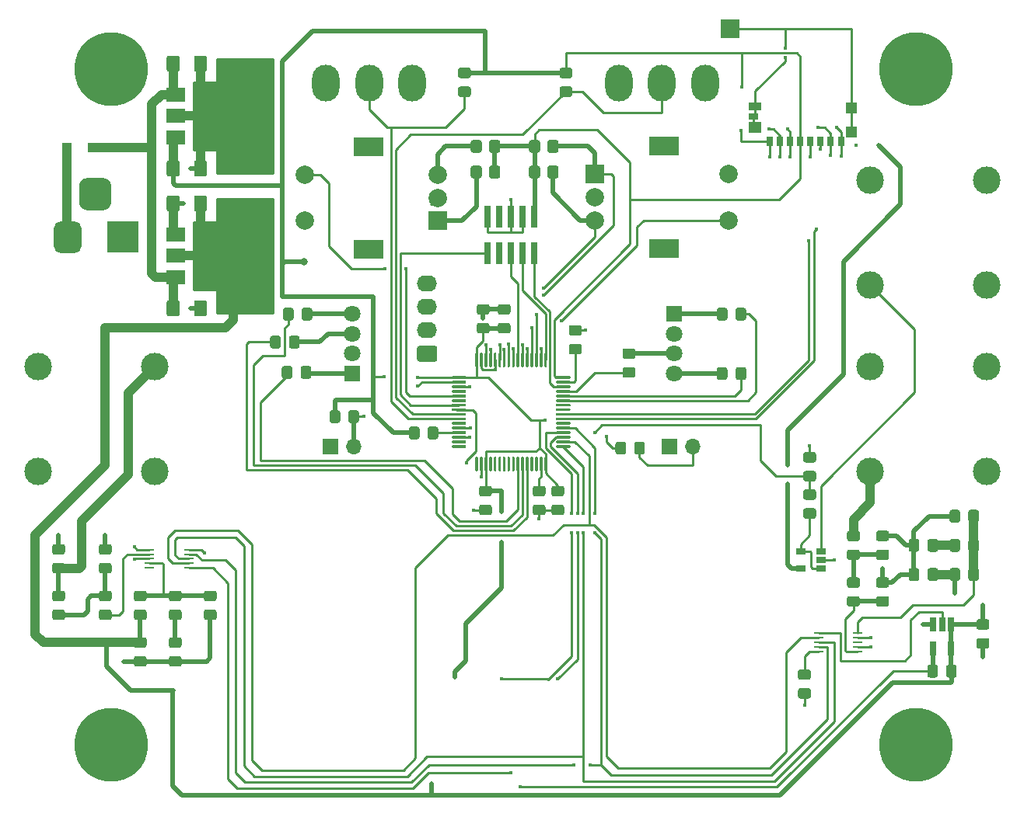
<source format=gbr>
%TF.GenerationSoftware,KiCad,Pcbnew,(5.1.7-0-10_14)*%
%TF.CreationDate,2020-11-10T14:05:38+00:00*%
%TF.ProjectId,CirrusDspPedal,43697272-7573-4447-9370-506564616c2e,rev?*%
%TF.SameCoordinates,Original*%
%TF.FileFunction,Copper,L1,Top*%
%TF.FilePolarity,Positive*%
%FSLAX46Y46*%
G04 Gerber Fmt 4.6, Leading zero omitted, Abs format (unit mm)*
G04 Created by KiCad (PCBNEW (5.1.7-0-10_14)) date 2020-11-10 14:05:38*
%MOMM*%
%LPD*%
G01*
G04 APERTURE LIST*
%TA.AperFunction,SMDPad,CuDef*%
%ADD10R,1.000000X0.700000*%
%TD*%
%TA.AperFunction,SMDPad,CuDef*%
%ADD11R,1.400000X0.900000*%
%TD*%
%TA.AperFunction,SMDPad,CuDef*%
%ADD12R,1.400000X1.200000*%
%TD*%
%TA.AperFunction,SMDPad,CuDef*%
%ADD13R,1.200000X1.150000*%
%TD*%
%TA.AperFunction,SMDPad,CuDef*%
%ADD14R,0.700000X1.000000*%
%TD*%
%TA.AperFunction,SMDPad,CuDef*%
%ADD15R,2.000000X1.500000*%
%TD*%
%TA.AperFunction,SMDPad,CuDef*%
%ADD16R,2.000000X3.800000*%
%TD*%
%TA.AperFunction,ComponentPad*%
%ADD17O,2.190000X1.740000*%
%TD*%
%TA.AperFunction,ComponentPad*%
%ADD18R,2.000000X2.000000*%
%TD*%
%TA.AperFunction,ComponentPad*%
%ADD19C,2.000000*%
%TD*%
%TA.AperFunction,ComponentPad*%
%ADD20R,3.200000X2.000000*%
%TD*%
%TA.AperFunction,SMDPad,CuDef*%
%ADD21R,2.000000X2.000000*%
%TD*%
%TA.AperFunction,ComponentPad*%
%ADD22C,1.800000*%
%TD*%
%TA.AperFunction,ComponentPad*%
%ADD23R,1.800000X1.800000*%
%TD*%
%TA.AperFunction,SMDPad,CuDef*%
%ADD24R,0.740000X2.400000*%
%TD*%
%TA.AperFunction,SMDPad,CuDef*%
%ADD25R,1.060000X0.650000*%
%TD*%
%TA.AperFunction,SMDPad,CuDef*%
%ADD26R,1.100000X0.250000*%
%TD*%
%TA.AperFunction,SMDPad,CuDef*%
%ADD27R,0.650000X1.560000*%
%TD*%
%TA.AperFunction,ComponentPad*%
%ADD28O,3.000000X4.000000*%
%TD*%
%TA.AperFunction,ComponentPad*%
%ADD29O,1.700000X1.700000*%
%TD*%
%TA.AperFunction,ComponentPad*%
%ADD30R,1.700000X1.700000*%
%TD*%
%TA.AperFunction,ComponentPad*%
%ADD31C,3.000000*%
%TD*%
%TA.AperFunction,ComponentPad*%
%ADD32R,3.500000X3.500000*%
%TD*%
%TA.AperFunction,SMDPad,CuDef*%
%ADD33R,1.100000X1.100000*%
%TD*%
%TA.AperFunction,ComponentPad*%
%ADD34C,8.000000*%
%TD*%
%TA.AperFunction,ComponentPad*%
%ADD35C,0.900000*%
%TD*%
%TA.AperFunction,ViaPad*%
%ADD36C,0.800000*%
%TD*%
%TA.AperFunction,ViaPad*%
%ADD37C,0.450000*%
%TD*%
%TA.AperFunction,Conductor*%
%ADD38C,0.250000*%
%TD*%
%TA.AperFunction,Conductor*%
%ADD39C,0.500000*%
%TD*%
%TA.AperFunction,Conductor*%
%ADD40C,1.000000*%
%TD*%
%TA.AperFunction,Conductor*%
%ADD41C,0.254000*%
%TD*%
%TA.AperFunction,Conductor*%
%ADD42C,0.100000*%
%TD*%
G04 APERTURE END LIST*
D10*
%TO.P,J6,9*%
%TO.N,GNDPWR*%
X174726600Y-66116200D03*
D11*
X174929800Y-64973200D03*
D12*
X174929800Y-67259200D03*
D13*
X185394600Y-65125600D03*
X185394600Y-67741800D03*
D14*
%TO.P,J6,8*%
%TO.N,/MicroSD/uSD_D1*%
X184251600Y-68770500D03*
%TO.P,J6,7*%
%TO.N,/MicroSD/uSD_D0*%
X183146700Y-68770500D03*
%TO.P,J6,6*%
%TO.N,GND*%
X182041800Y-68783200D03*
%TO.P,J6,5*%
%TO.N,/MicroSD/uSD_CLK*%
X180936900Y-68783200D03*
%TO.P,J6,4*%
%TO.N,+3V3*%
X179844700Y-68783200D03*
%TO.P,J6,3*%
%TO.N,/MicroSD/uSD_CMD*%
X178739800Y-68783200D03*
%TO.P,J6,2*%
%TO.N,/MicroSD/uSD_D3*%
X177634900Y-68783200D03*
%TO.P,J6,1*%
%TO.N,/MicroSD/uSD_D2*%
X176542700Y-68783200D03*
%TD*%
D15*
%TO.P,U4,1*%
%TO.N,GND*%
X111785000Y-78980000D03*
%TO.P,U4,3*%
%TO.N,Net-(C23-Pad1)*%
X111785000Y-83580000D03*
%TO.P,U4,2*%
%TO.N,+5V*%
X111785000Y-81280000D03*
D16*
X118085000Y-81280000D03*
%TD*%
D17*
%TO.P,J8,4*%
%TO.N,GND*%
X139192000Y-84328000D03*
%TO.P,J8,3*%
%TO.N,Net-(J8-Pad3)*%
X139192000Y-86868000D03*
%TO.P,J8,2*%
%TO.N,/SignalProcessing/OLED_SCL*%
X139192000Y-89408000D03*
%TO.P,J8,1*%
%TO.N,/SignalProcessing/OLED_SDA*%
%TA.AperFunction,ComponentPad*%
G36*
G01*
X140037001Y-92818000D02*
X138346999Y-92818000D01*
G75*
G02*
X138097000Y-92568001I0J249999D01*
G01*
X138097000Y-91327999D01*
G75*
G02*
X138346999Y-91078000I249999J0D01*
G01*
X140037001Y-91078000D01*
G75*
G02*
X140287000Y-91327999I0J-249999D01*
G01*
X140287000Y-92568001D01*
G75*
G02*
X140037001Y-92818000I-249999J0D01*
G01*
G37*
%TD.AperFunction*%
%TD*%
%TO.P,U7,64*%
%TO.N,+3V3*%
%TA.AperFunction,SMDPad,CuDef*%
G36*
G01*
X144436000Y-93323000D02*
X144436000Y-91923000D01*
G75*
G02*
X144511000Y-91848000I75000J0D01*
G01*
X144661000Y-91848000D01*
G75*
G02*
X144736000Y-91923000I0J-75000D01*
G01*
X144736000Y-93323000D01*
G75*
G02*
X144661000Y-93398000I-75000J0D01*
G01*
X144511000Y-93398000D01*
G75*
G02*
X144436000Y-93323000I0J75000D01*
G01*
G37*
%TD.AperFunction*%
%TO.P,U7,63*%
%TO.N,GND*%
%TA.AperFunction,SMDPad,CuDef*%
G36*
G01*
X144936000Y-93323000D02*
X144936000Y-91923000D01*
G75*
G02*
X145011000Y-91848000I75000J0D01*
G01*
X145161000Y-91848000D01*
G75*
G02*
X145236000Y-91923000I0J-75000D01*
G01*
X145236000Y-93323000D01*
G75*
G02*
X145161000Y-93398000I-75000J0D01*
G01*
X145011000Y-93398000D01*
G75*
G02*
X144936000Y-93323000I0J75000D01*
G01*
G37*
%TD.AperFunction*%
%TO.P,U7,62*%
%TO.N,/SignalProcessing/OLED_SDA*%
%TA.AperFunction,SMDPad,CuDef*%
G36*
G01*
X145436000Y-93323000D02*
X145436000Y-91923000D01*
G75*
G02*
X145511000Y-91848000I75000J0D01*
G01*
X145661000Y-91848000D01*
G75*
G02*
X145736000Y-91923000I0J-75000D01*
G01*
X145736000Y-93323000D01*
G75*
G02*
X145661000Y-93398000I-75000J0D01*
G01*
X145511000Y-93398000D01*
G75*
G02*
X145436000Y-93323000I0J75000D01*
G01*
G37*
%TD.AperFunction*%
%TO.P,U7,61*%
%TO.N,/SignalProcessing/OLED_SCL*%
%TA.AperFunction,SMDPad,CuDef*%
G36*
G01*
X145936000Y-93323000D02*
X145936000Y-91923000D01*
G75*
G02*
X146011000Y-91848000I75000J0D01*
G01*
X146161000Y-91848000D01*
G75*
G02*
X146236000Y-91923000I0J-75000D01*
G01*
X146236000Y-93323000D01*
G75*
G02*
X146161000Y-93398000I-75000J0D01*
G01*
X146011000Y-93398000D01*
G75*
G02*
X145936000Y-93323000I0J75000D01*
G01*
G37*
%TD.AperFunction*%
%TO.P,U7,60*%
%TO.N,GND*%
%TA.AperFunction,SMDPad,CuDef*%
G36*
G01*
X146436000Y-93323000D02*
X146436000Y-91923000D01*
G75*
G02*
X146511000Y-91848000I75000J0D01*
G01*
X146661000Y-91848000D01*
G75*
G02*
X146736000Y-91923000I0J-75000D01*
G01*
X146736000Y-93323000D01*
G75*
G02*
X146661000Y-93398000I-75000J0D01*
G01*
X146511000Y-93398000D01*
G75*
G02*
X146436000Y-93323000I0J75000D01*
G01*
G37*
%TD.AperFunction*%
%TO.P,U7,59*%
%TO.N,/ExtInput/Encoder2_ENC_B*%
%TA.AperFunction,SMDPad,CuDef*%
G36*
G01*
X146936000Y-93323000D02*
X146936000Y-91923000D01*
G75*
G02*
X147011000Y-91848000I75000J0D01*
G01*
X147161000Y-91848000D01*
G75*
G02*
X147236000Y-91923000I0J-75000D01*
G01*
X147236000Y-93323000D01*
G75*
G02*
X147161000Y-93398000I-75000J0D01*
G01*
X147011000Y-93398000D01*
G75*
G02*
X146936000Y-93323000I0J75000D01*
G01*
G37*
%TD.AperFunction*%
%TO.P,U7,58*%
%TO.N,/ExtInput/Encoder2_ENC_A*%
%TA.AperFunction,SMDPad,CuDef*%
G36*
G01*
X147436000Y-93323000D02*
X147436000Y-91923000D01*
G75*
G02*
X147511000Y-91848000I75000J0D01*
G01*
X147661000Y-91848000D01*
G75*
G02*
X147736000Y-91923000I0J-75000D01*
G01*
X147736000Y-93323000D01*
G75*
G02*
X147661000Y-93398000I-75000J0D01*
G01*
X147511000Y-93398000D01*
G75*
G02*
X147436000Y-93323000I0J75000D01*
G01*
G37*
%TD.AperFunction*%
%TO.P,U7,57*%
%TO.N,/ExtInput/Encoder1_ENC_B*%
%TA.AperFunction,SMDPad,CuDef*%
G36*
G01*
X147936000Y-93323000D02*
X147936000Y-91923000D01*
G75*
G02*
X148011000Y-91848000I75000J0D01*
G01*
X148161000Y-91848000D01*
G75*
G02*
X148236000Y-91923000I0J-75000D01*
G01*
X148236000Y-93323000D01*
G75*
G02*
X148161000Y-93398000I-75000J0D01*
G01*
X148011000Y-93398000D01*
G75*
G02*
X147936000Y-93323000I0J75000D01*
G01*
G37*
%TD.AperFunction*%
%TO.P,U7,56*%
%TO.N,/ExtInput/Encoder1_ENC_A*%
%TA.AperFunction,SMDPad,CuDef*%
G36*
G01*
X148436000Y-93323000D02*
X148436000Y-91923000D01*
G75*
G02*
X148511000Y-91848000I75000J0D01*
G01*
X148661000Y-91848000D01*
G75*
G02*
X148736000Y-91923000I0J-75000D01*
G01*
X148736000Y-93323000D01*
G75*
G02*
X148661000Y-93398000I-75000J0D01*
G01*
X148511000Y-93398000D01*
G75*
G02*
X148436000Y-93323000I0J75000D01*
G01*
G37*
%TD.AperFunction*%
%TO.P,U7,55*%
%TO.N,/SignalProcessing/SWO*%
%TA.AperFunction,SMDPad,CuDef*%
G36*
G01*
X148936000Y-93323000D02*
X148936000Y-91923000D01*
G75*
G02*
X149011000Y-91848000I75000J0D01*
G01*
X149161000Y-91848000D01*
G75*
G02*
X149236000Y-91923000I0J-75000D01*
G01*
X149236000Y-93323000D01*
G75*
G02*
X149161000Y-93398000I-75000J0D01*
G01*
X149011000Y-93398000D01*
G75*
G02*
X148936000Y-93323000I0J75000D01*
G01*
G37*
%TD.AperFunction*%
%TO.P,U7,54*%
%TO.N,/MicroSD/uSD_CMD*%
%TA.AperFunction,SMDPad,CuDef*%
G36*
G01*
X149436000Y-93323000D02*
X149436000Y-91923000D01*
G75*
G02*
X149511000Y-91848000I75000J0D01*
G01*
X149661000Y-91848000D01*
G75*
G02*
X149736000Y-91923000I0J-75000D01*
G01*
X149736000Y-93323000D01*
G75*
G02*
X149661000Y-93398000I-75000J0D01*
G01*
X149511000Y-93398000D01*
G75*
G02*
X149436000Y-93323000I0J75000D01*
G01*
G37*
%TD.AperFunction*%
%TO.P,U7,53*%
%TO.N,/MicroSD/uSD_CLK*%
%TA.AperFunction,SMDPad,CuDef*%
G36*
G01*
X149936000Y-93323000D02*
X149936000Y-91923000D01*
G75*
G02*
X150011000Y-91848000I75000J0D01*
G01*
X150161000Y-91848000D01*
G75*
G02*
X150236000Y-91923000I0J-75000D01*
G01*
X150236000Y-93323000D01*
G75*
G02*
X150161000Y-93398000I-75000J0D01*
G01*
X150011000Y-93398000D01*
G75*
G02*
X149936000Y-93323000I0J75000D01*
G01*
G37*
%TD.AperFunction*%
%TO.P,U7,52*%
%TO.N,/MicroSD/uSD_D3*%
%TA.AperFunction,SMDPad,CuDef*%
G36*
G01*
X150436000Y-93323000D02*
X150436000Y-91923000D01*
G75*
G02*
X150511000Y-91848000I75000J0D01*
G01*
X150661000Y-91848000D01*
G75*
G02*
X150736000Y-91923000I0J-75000D01*
G01*
X150736000Y-93323000D01*
G75*
G02*
X150661000Y-93398000I-75000J0D01*
G01*
X150511000Y-93398000D01*
G75*
G02*
X150436000Y-93323000I0J75000D01*
G01*
G37*
%TD.AperFunction*%
%TO.P,U7,51*%
%TO.N,/MicroSD/uSD_D2*%
%TA.AperFunction,SMDPad,CuDef*%
G36*
G01*
X150936000Y-93323000D02*
X150936000Y-91923000D01*
G75*
G02*
X151011000Y-91848000I75000J0D01*
G01*
X151161000Y-91848000D01*
G75*
G02*
X151236000Y-91923000I0J-75000D01*
G01*
X151236000Y-93323000D01*
G75*
G02*
X151161000Y-93398000I-75000J0D01*
G01*
X151011000Y-93398000D01*
G75*
G02*
X150936000Y-93323000I0J75000D01*
G01*
G37*
%TD.AperFunction*%
%TO.P,U7,50*%
%TO.N,/ExtInput/Encoder1_ENC_SW*%
%TA.AperFunction,SMDPad,CuDef*%
G36*
G01*
X151436000Y-93323000D02*
X151436000Y-91923000D01*
G75*
G02*
X151511000Y-91848000I75000J0D01*
G01*
X151661000Y-91848000D01*
G75*
G02*
X151736000Y-91923000I0J-75000D01*
G01*
X151736000Y-93323000D01*
G75*
G02*
X151661000Y-93398000I-75000J0D01*
G01*
X151511000Y-93398000D01*
G75*
G02*
X151436000Y-93323000I0J75000D01*
G01*
G37*
%TD.AperFunction*%
%TO.P,U7,49*%
%TO.N,/SignalProcessing/SWCLK*%
%TA.AperFunction,SMDPad,CuDef*%
G36*
G01*
X151936000Y-93323000D02*
X151936000Y-91923000D01*
G75*
G02*
X152011000Y-91848000I75000J0D01*
G01*
X152161000Y-91848000D01*
G75*
G02*
X152236000Y-91923000I0J-75000D01*
G01*
X152236000Y-93323000D01*
G75*
G02*
X152161000Y-93398000I-75000J0D01*
G01*
X152011000Y-93398000D01*
G75*
G02*
X151936000Y-93323000I0J75000D01*
G01*
G37*
%TD.AperFunction*%
%TO.P,U7,48*%
%TO.N,+3V3*%
%TA.AperFunction,SMDPad,CuDef*%
G36*
G01*
X153236000Y-94623000D02*
X153236000Y-94473000D01*
G75*
G02*
X153311000Y-94398000I75000J0D01*
G01*
X154711000Y-94398000D01*
G75*
G02*
X154786000Y-94473000I0J-75000D01*
G01*
X154786000Y-94623000D01*
G75*
G02*
X154711000Y-94698000I-75000J0D01*
G01*
X153311000Y-94698000D01*
G75*
G02*
X153236000Y-94623000I0J75000D01*
G01*
G37*
%TD.AperFunction*%
%TO.P,U7,47*%
%TO.N,/SignalProcessing/VCAP2*%
%TA.AperFunction,SMDPad,CuDef*%
G36*
G01*
X153236000Y-95123000D02*
X153236000Y-94973000D01*
G75*
G02*
X153311000Y-94898000I75000J0D01*
G01*
X154711000Y-94898000D01*
G75*
G02*
X154786000Y-94973000I0J-75000D01*
G01*
X154786000Y-95123000D01*
G75*
G02*
X154711000Y-95198000I-75000J0D01*
G01*
X153311000Y-95198000D01*
G75*
G02*
X153236000Y-95123000I0J75000D01*
G01*
G37*
%TD.AperFunction*%
%TO.P,U7,46*%
%TO.N,/SignalProcessing/SWDIO*%
%TA.AperFunction,SMDPad,CuDef*%
G36*
G01*
X153236000Y-95623000D02*
X153236000Y-95473000D01*
G75*
G02*
X153311000Y-95398000I75000J0D01*
G01*
X154711000Y-95398000D01*
G75*
G02*
X154786000Y-95473000I0J-75000D01*
G01*
X154786000Y-95623000D01*
G75*
G02*
X154711000Y-95698000I-75000J0D01*
G01*
X153311000Y-95698000D01*
G75*
G02*
X153236000Y-95623000I0J75000D01*
G01*
G37*
%TD.AperFunction*%
%TO.P,U7,45*%
%TO.N,/SignalProcessing/LEDB_B*%
%TA.AperFunction,SMDPad,CuDef*%
G36*
G01*
X153236000Y-96123000D02*
X153236000Y-95973000D01*
G75*
G02*
X153311000Y-95898000I75000J0D01*
G01*
X154711000Y-95898000D01*
G75*
G02*
X154786000Y-95973000I0J-75000D01*
G01*
X154786000Y-96123000D01*
G75*
G02*
X154711000Y-96198000I-75000J0D01*
G01*
X153311000Y-96198000D01*
G75*
G02*
X153236000Y-96123000I0J75000D01*
G01*
G37*
%TD.AperFunction*%
%TO.P,U7,44*%
%TO.N,/SignalProcessing/LEDB_G*%
%TA.AperFunction,SMDPad,CuDef*%
G36*
G01*
X153236000Y-96623000D02*
X153236000Y-96473000D01*
G75*
G02*
X153311000Y-96398000I75000J0D01*
G01*
X154711000Y-96398000D01*
G75*
G02*
X154786000Y-96473000I0J-75000D01*
G01*
X154786000Y-96623000D01*
G75*
G02*
X154711000Y-96698000I-75000J0D01*
G01*
X153311000Y-96698000D01*
G75*
G02*
X153236000Y-96623000I0J75000D01*
G01*
G37*
%TD.AperFunction*%
%TO.P,U7,43*%
%TO.N,/SignalProcessing/LEDB_R*%
%TA.AperFunction,SMDPad,CuDef*%
G36*
G01*
X153236000Y-97123000D02*
X153236000Y-96973000D01*
G75*
G02*
X153311000Y-96898000I75000J0D01*
G01*
X154711000Y-96898000D01*
G75*
G02*
X154786000Y-96973000I0J-75000D01*
G01*
X154786000Y-97123000D01*
G75*
G02*
X154711000Y-97198000I-75000J0D01*
G01*
X153311000Y-97198000D01*
G75*
G02*
X153236000Y-97123000I0J75000D01*
G01*
G37*
%TD.AperFunction*%
%TO.P,U7,42*%
%TO.N,Net-(U7-Pad42)*%
%TA.AperFunction,SMDPad,CuDef*%
G36*
G01*
X153236000Y-97623000D02*
X153236000Y-97473000D01*
G75*
G02*
X153311000Y-97398000I75000J0D01*
G01*
X154711000Y-97398000D01*
G75*
G02*
X154786000Y-97473000I0J-75000D01*
G01*
X154786000Y-97623000D01*
G75*
G02*
X154711000Y-97698000I-75000J0D01*
G01*
X153311000Y-97698000D01*
G75*
G02*
X153236000Y-97623000I0J75000D01*
G01*
G37*
%TD.AperFunction*%
%TO.P,U7,41*%
%TO.N,Net-(U7-Pad41)*%
%TA.AperFunction,SMDPad,CuDef*%
G36*
G01*
X153236000Y-98123000D02*
X153236000Y-97973000D01*
G75*
G02*
X153311000Y-97898000I75000J0D01*
G01*
X154711000Y-97898000D01*
G75*
G02*
X154786000Y-97973000I0J-75000D01*
G01*
X154786000Y-98123000D01*
G75*
G02*
X154711000Y-98198000I-75000J0D01*
G01*
X153311000Y-98198000D01*
G75*
G02*
X153236000Y-98123000I0J75000D01*
G01*
G37*
%TD.AperFunction*%
%TO.P,U7,40*%
%TO.N,/MicroSD/uSD_D1*%
%TA.AperFunction,SMDPad,CuDef*%
G36*
G01*
X153236000Y-98623000D02*
X153236000Y-98473000D01*
G75*
G02*
X153311000Y-98398000I75000J0D01*
G01*
X154711000Y-98398000D01*
G75*
G02*
X154786000Y-98473000I0J-75000D01*
G01*
X154786000Y-98623000D01*
G75*
G02*
X154711000Y-98698000I-75000J0D01*
G01*
X153311000Y-98698000D01*
G75*
G02*
X153236000Y-98623000I0J75000D01*
G01*
G37*
%TD.AperFunction*%
%TO.P,U7,39*%
%TO.N,/MicroSD/uSD_D0*%
%TA.AperFunction,SMDPad,CuDef*%
G36*
G01*
X153236000Y-99123000D02*
X153236000Y-98973000D01*
G75*
G02*
X153311000Y-98898000I75000J0D01*
G01*
X154711000Y-98898000D01*
G75*
G02*
X154786000Y-98973000I0J-75000D01*
G01*
X154786000Y-99123000D01*
G75*
G02*
X154711000Y-99198000I-75000J0D01*
G01*
X153311000Y-99198000D01*
G75*
G02*
X153236000Y-99123000I0J75000D01*
G01*
G37*
%TD.AperFunction*%
%TO.P,U7,38*%
%TO.N,Net-(U7-Pad38)*%
%TA.AperFunction,SMDPad,CuDef*%
G36*
G01*
X153236000Y-99623000D02*
X153236000Y-99473000D01*
G75*
G02*
X153311000Y-99398000I75000J0D01*
G01*
X154711000Y-99398000D01*
G75*
G02*
X154786000Y-99473000I0J-75000D01*
G01*
X154786000Y-99623000D01*
G75*
G02*
X154711000Y-99698000I-75000J0D01*
G01*
X153311000Y-99698000D01*
G75*
G02*
X153236000Y-99623000I0J75000D01*
G01*
G37*
%TD.AperFunction*%
%TO.P,U7,37*%
%TO.N,/InputSignal/ADIN_MCLK*%
%TA.AperFunction,SMDPad,CuDef*%
G36*
G01*
X153236000Y-100123000D02*
X153236000Y-99973000D01*
G75*
G02*
X153311000Y-99898000I75000J0D01*
G01*
X154711000Y-99898000D01*
G75*
G02*
X154786000Y-99973000I0J-75000D01*
G01*
X154786000Y-100123000D01*
G75*
G02*
X154711000Y-100198000I-75000J0D01*
G01*
X153311000Y-100198000D01*
G75*
G02*
X153236000Y-100123000I0J75000D01*
G01*
G37*
%TD.AperFunction*%
%TO.P,U7,36*%
%TO.N,/SignalRelay/FX_OUT*%
%TA.AperFunction,SMDPad,CuDef*%
G36*
G01*
X153236000Y-100623000D02*
X153236000Y-100473000D01*
G75*
G02*
X153311000Y-100398000I75000J0D01*
G01*
X154711000Y-100398000D01*
G75*
G02*
X154786000Y-100473000I0J-75000D01*
G01*
X154786000Y-100623000D01*
G75*
G02*
X154711000Y-100698000I-75000J0D01*
G01*
X153311000Y-100698000D01*
G75*
G02*
X153236000Y-100623000I0J75000D01*
G01*
G37*
%TD.AperFunction*%
%TO.P,U7,35*%
%TO.N,/SignalRelay/FX_IN*%
%TA.AperFunction,SMDPad,CuDef*%
G36*
G01*
X153236000Y-101123000D02*
X153236000Y-100973000D01*
G75*
G02*
X153311000Y-100898000I75000J0D01*
G01*
X154711000Y-100898000D01*
G75*
G02*
X154786000Y-100973000I0J-75000D01*
G01*
X154786000Y-101123000D01*
G75*
G02*
X154711000Y-101198000I-75000J0D01*
G01*
X153311000Y-101198000D01*
G75*
G02*
X153236000Y-101123000I0J75000D01*
G01*
G37*
%TD.AperFunction*%
%TO.P,U7,34*%
%TO.N,/InputSignal/ADIN_SCLK*%
%TA.AperFunction,SMDPad,CuDef*%
G36*
G01*
X153236000Y-101623000D02*
X153236000Y-101473000D01*
G75*
G02*
X153311000Y-101398000I75000J0D01*
G01*
X154711000Y-101398000D01*
G75*
G02*
X154786000Y-101473000I0J-75000D01*
G01*
X154786000Y-101623000D01*
G75*
G02*
X154711000Y-101698000I-75000J0D01*
G01*
X153311000Y-101698000D01*
G75*
G02*
X153236000Y-101623000I0J75000D01*
G01*
G37*
%TD.AperFunction*%
%TO.P,U7,33*%
%TO.N,/InputSignal/ADIN_LRCK*%
%TA.AperFunction,SMDPad,CuDef*%
G36*
G01*
X153236000Y-102123000D02*
X153236000Y-101973000D01*
G75*
G02*
X153311000Y-101898000I75000J0D01*
G01*
X154711000Y-101898000D01*
G75*
G02*
X154786000Y-101973000I0J-75000D01*
G01*
X154786000Y-102123000D01*
G75*
G02*
X154711000Y-102198000I-75000J0D01*
G01*
X153311000Y-102198000D01*
G75*
G02*
X153236000Y-102123000I0J75000D01*
G01*
G37*
%TD.AperFunction*%
%TO.P,U7,32*%
%TO.N,+3V3*%
%TA.AperFunction,SMDPad,CuDef*%
G36*
G01*
X151936000Y-104673000D02*
X151936000Y-103273000D01*
G75*
G02*
X152011000Y-103198000I75000J0D01*
G01*
X152161000Y-103198000D01*
G75*
G02*
X152236000Y-103273000I0J-75000D01*
G01*
X152236000Y-104673000D01*
G75*
G02*
X152161000Y-104748000I-75000J0D01*
G01*
X152011000Y-104748000D01*
G75*
G02*
X151936000Y-104673000I0J75000D01*
G01*
G37*
%TD.AperFunction*%
%TO.P,U7,31*%
%TO.N,/SignalProcessing/VCAP1*%
%TA.AperFunction,SMDPad,CuDef*%
G36*
G01*
X151436000Y-104673000D02*
X151436000Y-103273000D01*
G75*
G02*
X151511000Y-103198000I75000J0D01*
G01*
X151661000Y-103198000D01*
G75*
G02*
X151736000Y-103273000I0J-75000D01*
G01*
X151736000Y-104673000D01*
G75*
G02*
X151661000Y-104748000I-75000J0D01*
G01*
X151511000Y-104748000D01*
G75*
G02*
X151436000Y-104673000I0J75000D01*
G01*
G37*
%TD.AperFunction*%
%TO.P,U7,30*%
%TO.N,Net-(U7-Pad30)*%
%TA.AperFunction,SMDPad,CuDef*%
G36*
G01*
X150936000Y-104673000D02*
X150936000Y-103273000D01*
G75*
G02*
X151011000Y-103198000I75000J0D01*
G01*
X151161000Y-103198000D01*
G75*
G02*
X151236000Y-103273000I0J-75000D01*
G01*
X151236000Y-104673000D01*
G75*
G02*
X151161000Y-104748000I-75000J0D01*
G01*
X151011000Y-104748000D01*
G75*
G02*
X150936000Y-104673000I0J75000D01*
G01*
G37*
%TD.AperFunction*%
%TO.P,U7,29*%
%TO.N,Net-(U7-Pad29)*%
%TA.AperFunction,SMDPad,CuDef*%
G36*
G01*
X150436000Y-104673000D02*
X150436000Y-103273000D01*
G75*
G02*
X150511000Y-103198000I75000J0D01*
G01*
X150661000Y-103198000D01*
G75*
G02*
X150736000Y-103273000I0J-75000D01*
G01*
X150736000Y-104673000D01*
G75*
G02*
X150661000Y-104748000I-75000J0D01*
G01*
X150511000Y-104748000D01*
G75*
G02*
X150436000Y-104673000I0J75000D01*
G01*
G37*
%TD.AperFunction*%
%TO.P,U7,28*%
%TO.N,/SignalProcessing/LEDA_B*%
%TA.AperFunction,SMDPad,CuDef*%
G36*
G01*
X149936000Y-104673000D02*
X149936000Y-103273000D01*
G75*
G02*
X150011000Y-103198000I75000J0D01*
G01*
X150161000Y-103198000D01*
G75*
G02*
X150236000Y-103273000I0J-75000D01*
G01*
X150236000Y-104673000D01*
G75*
G02*
X150161000Y-104748000I-75000J0D01*
G01*
X150011000Y-104748000D01*
G75*
G02*
X149936000Y-104673000I0J75000D01*
G01*
G37*
%TD.AperFunction*%
%TO.P,U7,27*%
%TO.N,/SignalProcessing/LEDA_G*%
%TA.AperFunction,SMDPad,CuDef*%
G36*
G01*
X149436000Y-104673000D02*
X149436000Y-103273000D01*
G75*
G02*
X149511000Y-103198000I75000J0D01*
G01*
X149661000Y-103198000D01*
G75*
G02*
X149736000Y-103273000I0J-75000D01*
G01*
X149736000Y-104673000D01*
G75*
G02*
X149661000Y-104748000I-75000J0D01*
G01*
X149511000Y-104748000D01*
G75*
G02*
X149436000Y-104673000I0J75000D01*
G01*
G37*
%TD.AperFunction*%
%TO.P,U7,26*%
%TO.N,/SignalProcessing/LEDA_R*%
%TA.AperFunction,SMDPad,CuDef*%
G36*
G01*
X148936000Y-104673000D02*
X148936000Y-103273000D01*
G75*
G02*
X149011000Y-103198000I75000J0D01*
G01*
X149161000Y-103198000D01*
G75*
G02*
X149236000Y-103273000I0J-75000D01*
G01*
X149236000Y-104673000D01*
G75*
G02*
X149161000Y-104748000I-75000J0D01*
G01*
X149011000Y-104748000D01*
G75*
G02*
X148936000Y-104673000I0J75000D01*
G01*
G37*
%TD.AperFunction*%
%TO.P,U7,25*%
%TO.N,Net-(U7-Pad25)*%
%TA.AperFunction,SMDPad,CuDef*%
G36*
G01*
X148436000Y-104673000D02*
X148436000Y-103273000D01*
G75*
G02*
X148511000Y-103198000I75000J0D01*
G01*
X148661000Y-103198000D01*
G75*
G02*
X148736000Y-103273000I0J-75000D01*
G01*
X148736000Y-104673000D01*
G75*
G02*
X148661000Y-104748000I-75000J0D01*
G01*
X148511000Y-104748000D01*
G75*
G02*
X148436000Y-104673000I0J75000D01*
G01*
G37*
%TD.AperFunction*%
%TO.P,U7,24*%
%TO.N,Net-(U7-Pad24)*%
%TA.AperFunction,SMDPad,CuDef*%
G36*
G01*
X147936000Y-104673000D02*
X147936000Y-103273000D01*
G75*
G02*
X148011000Y-103198000I75000J0D01*
G01*
X148161000Y-103198000D01*
G75*
G02*
X148236000Y-103273000I0J-75000D01*
G01*
X148236000Y-104673000D01*
G75*
G02*
X148161000Y-104748000I-75000J0D01*
G01*
X148011000Y-104748000D01*
G75*
G02*
X147936000Y-104673000I0J75000D01*
G01*
G37*
%TD.AperFunction*%
%TO.P,U7,23*%
%TO.N,Net-(U7-Pad23)*%
%TA.AperFunction,SMDPad,CuDef*%
G36*
G01*
X147436000Y-104673000D02*
X147436000Y-103273000D01*
G75*
G02*
X147511000Y-103198000I75000J0D01*
G01*
X147661000Y-103198000D01*
G75*
G02*
X147736000Y-103273000I0J-75000D01*
G01*
X147736000Y-104673000D01*
G75*
G02*
X147661000Y-104748000I-75000J0D01*
G01*
X147511000Y-104748000D01*
G75*
G02*
X147436000Y-104673000I0J75000D01*
G01*
G37*
%TD.AperFunction*%
%TO.P,U7,22*%
%TO.N,Net-(U7-Pad22)*%
%TA.AperFunction,SMDPad,CuDef*%
G36*
G01*
X146936000Y-104673000D02*
X146936000Y-103273000D01*
G75*
G02*
X147011000Y-103198000I75000J0D01*
G01*
X147161000Y-103198000D01*
G75*
G02*
X147236000Y-103273000I0J-75000D01*
G01*
X147236000Y-104673000D01*
G75*
G02*
X147161000Y-104748000I-75000J0D01*
G01*
X147011000Y-104748000D01*
G75*
G02*
X146936000Y-104673000I0J75000D01*
G01*
G37*
%TD.AperFunction*%
%TO.P,U7,21*%
%TO.N,Net-(U7-Pad21)*%
%TA.AperFunction,SMDPad,CuDef*%
G36*
G01*
X146436000Y-104673000D02*
X146436000Y-103273000D01*
G75*
G02*
X146511000Y-103198000I75000J0D01*
G01*
X146661000Y-103198000D01*
G75*
G02*
X146736000Y-103273000I0J-75000D01*
G01*
X146736000Y-104673000D01*
G75*
G02*
X146661000Y-104748000I-75000J0D01*
G01*
X146511000Y-104748000D01*
G75*
G02*
X146436000Y-104673000I0J75000D01*
G01*
G37*
%TD.AperFunction*%
%TO.P,U7,20*%
%TO.N,Net-(U7-Pad20)*%
%TA.AperFunction,SMDPad,CuDef*%
G36*
G01*
X145936000Y-104673000D02*
X145936000Y-103273000D01*
G75*
G02*
X146011000Y-103198000I75000J0D01*
G01*
X146161000Y-103198000D01*
G75*
G02*
X146236000Y-103273000I0J-75000D01*
G01*
X146236000Y-104673000D01*
G75*
G02*
X146161000Y-104748000I-75000J0D01*
G01*
X146011000Y-104748000D01*
G75*
G02*
X145936000Y-104673000I0J75000D01*
G01*
G37*
%TD.AperFunction*%
%TO.P,U7,19*%
%TO.N,+3V3*%
%TA.AperFunction,SMDPad,CuDef*%
G36*
G01*
X145436000Y-104673000D02*
X145436000Y-103273000D01*
G75*
G02*
X145511000Y-103198000I75000J0D01*
G01*
X145661000Y-103198000D01*
G75*
G02*
X145736000Y-103273000I0J-75000D01*
G01*
X145736000Y-104673000D01*
G75*
G02*
X145661000Y-104748000I-75000J0D01*
G01*
X145511000Y-104748000D01*
G75*
G02*
X145436000Y-104673000I0J75000D01*
G01*
G37*
%TD.AperFunction*%
%TO.P,U7,18*%
%TO.N,GND*%
%TA.AperFunction,SMDPad,CuDef*%
G36*
G01*
X144936000Y-104673000D02*
X144936000Y-103273000D01*
G75*
G02*
X145011000Y-103198000I75000J0D01*
G01*
X145161000Y-103198000D01*
G75*
G02*
X145236000Y-103273000I0J-75000D01*
G01*
X145236000Y-104673000D01*
G75*
G02*
X145161000Y-104748000I-75000J0D01*
G01*
X145011000Y-104748000D01*
G75*
G02*
X144936000Y-104673000I0J75000D01*
G01*
G37*
%TD.AperFunction*%
%TO.P,U7,17*%
%TO.N,Net-(U7-Pad17)*%
%TA.AperFunction,SMDPad,CuDef*%
G36*
G01*
X144436000Y-104673000D02*
X144436000Y-103273000D01*
G75*
G02*
X144511000Y-103198000I75000J0D01*
G01*
X144661000Y-103198000D01*
G75*
G02*
X144736000Y-103273000I0J-75000D01*
G01*
X144736000Y-104673000D01*
G75*
G02*
X144661000Y-104748000I-75000J0D01*
G01*
X144511000Y-104748000D01*
G75*
G02*
X144436000Y-104673000I0J75000D01*
G01*
G37*
%TD.AperFunction*%
%TO.P,U7,16*%
%TO.N,Net-(U7-Pad16)*%
%TA.AperFunction,SMDPad,CuDef*%
G36*
G01*
X141886000Y-102123000D02*
X141886000Y-101973000D01*
G75*
G02*
X141961000Y-101898000I75000J0D01*
G01*
X143361000Y-101898000D01*
G75*
G02*
X143436000Y-101973000I0J-75000D01*
G01*
X143436000Y-102123000D01*
G75*
G02*
X143361000Y-102198000I-75000J0D01*
G01*
X141961000Y-102198000D01*
G75*
G02*
X141886000Y-102123000I0J75000D01*
G01*
G37*
%TD.AperFunction*%
%TO.P,U7,15*%
%TO.N,Net-(U7-Pad15)*%
%TA.AperFunction,SMDPad,CuDef*%
G36*
G01*
X141886000Y-101623000D02*
X141886000Y-101473000D01*
G75*
G02*
X141961000Y-101398000I75000J0D01*
G01*
X143361000Y-101398000D01*
G75*
G02*
X143436000Y-101473000I0J-75000D01*
G01*
X143436000Y-101623000D01*
G75*
G02*
X143361000Y-101698000I-75000J0D01*
G01*
X141961000Y-101698000D01*
G75*
G02*
X141886000Y-101623000I0J75000D01*
G01*
G37*
%TD.AperFunction*%
%TO.P,U7,14*%
%TO.N,/ExtInput/FootExp_IN*%
%TA.AperFunction,SMDPad,CuDef*%
G36*
G01*
X141886000Y-101123000D02*
X141886000Y-100973000D01*
G75*
G02*
X141961000Y-100898000I75000J0D01*
G01*
X143361000Y-100898000D01*
G75*
G02*
X143436000Y-100973000I0J-75000D01*
G01*
X143436000Y-101123000D01*
G75*
G02*
X143361000Y-101198000I-75000J0D01*
G01*
X141961000Y-101198000D01*
G75*
G02*
X141886000Y-101123000I0J75000D01*
G01*
G37*
%TD.AperFunction*%
%TO.P,U7,13*%
%TO.N,/SignalProcessing/VDDA*%
%TA.AperFunction,SMDPad,CuDef*%
G36*
G01*
X141886000Y-100623000D02*
X141886000Y-100473000D01*
G75*
G02*
X141961000Y-100398000I75000J0D01*
G01*
X143361000Y-100398000D01*
G75*
G02*
X143436000Y-100473000I0J-75000D01*
G01*
X143436000Y-100623000D01*
G75*
G02*
X143361000Y-100698000I-75000J0D01*
G01*
X141961000Y-100698000D01*
G75*
G02*
X141886000Y-100623000I0J75000D01*
G01*
G37*
%TD.AperFunction*%
%TO.P,U7,12*%
%TO.N,GND*%
%TA.AperFunction,SMDPad,CuDef*%
G36*
G01*
X141886000Y-100123000D02*
X141886000Y-99973000D01*
G75*
G02*
X141961000Y-99898000I75000J0D01*
G01*
X143361000Y-99898000D01*
G75*
G02*
X143436000Y-99973000I0J-75000D01*
G01*
X143436000Y-100123000D01*
G75*
G02*
X143361000Y-100198000I-75000J0D01*
G01*
X141961000Y-100198000D01*
G75*
G02*
X141886000Y-100123000I0J75000D01*
G01*
G37*
%TD.AperFunction*%
%TO.P,U7,11*%
%TO.N,Net-(U7-Pad11)*%
%TA.AperFunction,SMDPad,CuDef*%
G36*
G01*
X141886000Y-99623000D02*
X141886000Y-99473000D01*
G75*
G02*
X141961000Y-99398000I75000J0D01*
G01*
X143361000Y-99398000D01*
G75*
G02*
X143436000Y-99473000I0J-75000D01*
G01*
X143436000Y-99623000D01*
G75*
G02*
X143361000Y-99698000I-75000J0D01*
G01*
X141961000Y-99698000D01*
G75*
G02*
X141886000Y-99623000I0J75000D01*
G01*
G37*
%TD.AperFunction*%
%TO.P,U7,10*%
%TO.N,/ExtInput/UserSwitchB_IN*%
%TA.AperFunction,SMDPad,CuDef*%
G36*
G01*
X141886000Y-99123000D02*
X141886000Y-98973000D01*
G75*
G02*
X141961000Y-98898000I75000J0D01*
G01*
X143361000Y-98898000D01*
G75*
G02*
X143436000Y-98973000I0J-75000D01*
G01*
X143436000Y-99123000D01*
G75*
G02*
X143361000Y-99198000I-75000J0D01*
G01*
X141961000Y-99198000D01*
G75*
G02*
X141886000Y-99123000I0J75000D01*
G01*
G37*
%TD.AperFunction*%
%TO.P,U7,9*%
%TO.N,/ExtInput/UserSwitchA_IN*%
%TA.AperFunction,SMDPad,CuDef*%
G36*
G01*
X141886000Y-98623000D02*
X141886000Y-98473000D01*
G75*
G02*
X141961000Y-98398000I75000J0D01*
G01*
X143361000Y-98398000D01*
G75*
G02*
X143436000Y-98473000I0J-75000D01*
G01*
X143436000Y-98623000D01*
G75*
G02*
X143361000Y-98698000I-75000J0D01*
G01*
X141961000Y-98698000D01*
G75*
G02*
X141886000Y-98623000I0J75000D01*
G01*
G37*
%TD.AperFunction*%
%TO.P,U7,8*%
%TO.N,/SignalProcessing/RelayCoil_OUT*%
%TA.AperFunction,SMDPad,CuDef*%
G36*
G01*
X141886000Y-98123000D02*
X141886000Y-97973000D01*
G75*
G02*
X141961000Y-97898000I75000J0D01*
G01*
X143361000Y-97898000D01*
G75*
G02*
X143436000Y-97973000I0J-75000D01*
G01*
X143436000Y-98123000D01*
G75*
G02*
X143361000Y-98198000I-75000J0D01*
G01*
X141961000Y-98198000D01*
G75*
G02*
X141886000Y-98123000I0J75000D01*
G01*
G37*
%TD.AperFunction*%
%TO.P,U7,7*%
%TO.N,/SignalProcessing/NRST*%
%TA.AperFunction,SMDPad,CuDef*%
G36*
G01*
X141886000Y-97623000D02*
X141886000Y-97473000D01*
G75*
G02*
X141961000Y-97398000I75000J0D01*
G01*
X143361000Y-97398000D01*
G75*
G02*
X143436000Y-97473000I0J-75000D01*
G01*
X143436000Y-97623000D01*
G75*
G02*
X143361000Y-97698000I-75000J0D01*
G01*
X141961000Y-97698000D01*
G75*
G02*
X141886000Y-97623000I0J75000D01*
G01*
G37*
%TD.AperFunction*%
%TO.P,U7,6*%
%TO.N,Net-(U7-Pad6)*%
%TA.AperFunction,SMDPad,CuDef*%
G36*
G01*
X141886000Y-97123000D02*
X141886000Y-96973000D01*
G75*
G02*
X141961000Y-96898000I75000J0D01*
G01*
X143361000Y-96898000D01*
G75*
G02*
X143436000Y-96973000I0J-75000D01*
G01*
X143436000Y-97123000D01*
G75*
G02*
X143361000Y-97198000I-75000J0D01*
G01*
X141961000Y-97198000D01*
G75*
G02*
X141886000Y-97123000I0J75000D01*
G01*
G37*
%TD.AperFunction*%
%TO.P,U7,5*%
%TO.N,/ExtInput/Encoder2_ENC_SW*%
%TA.AperFunction,SMDPad,CuDef*%
G36*
G01*
X141886000Y-96623000D02*
X141886000Y-96473000D01*
G75*
G02*
X141961000Y-96398000I75000J0D01*
G01*
X143361000Y-96398000D01*
G75*
G02*
X143436000Y-96473000I0J-75000D01*
G01*
X143436000Y-96623000D01*
G75*
G02*
X143361000Y-96698000I-75000J0D01*
G01*
X141961000Y-96698000D01*
G75*
G02*
X141886000Y-96623000I0J75000D01*
G01*
G37*
%TD.AperFunction*%
%TO.P,U7,4*%
%TO.N,Net-(U7-Pad4)*%
%TA.AperFunction,SMDPad,CuDef*%
G36*
G01*
X141886000Y-96123000D02*
X141886000Y-95973000D01*
G75*
G02*
X141961000Y-95898000I75000J0D01*
G01*
X143361000Y-95898000D01*
G75*
G02*
X143436000Y-95973000I0J-75000D01*
G01*
X143436000Y-96123000D01*
G75*
G02*
X143361000Y-96198000I-75000J0D01*
G01*
X141961000Y-96198000D01*
G75*
G02*
X141886000Y-96123000I0J75000D01*
G01*
G37*
%TD.AperFunction*%
%TO.P,U7,3*%
%TO.N,/ExtInput/FootSwitchB_IN*%
%TA.AperFunction,SMDPad,CuDef*%
G36*
G01*
X141886000Y-95623000D02*
X141886000Y-95473000D01*
G75*
G02*
X141961000Y-95398000I75000J0D01*
G01*
X143361000Y-95398000D01*
G75*
G02*
X143436000Y-95473000I0J-75000D01*
G01*
X143436000Y-95623000D01*
G75*
G02*
X143361000Y-95698000I-75000J0D01*
G01*
X141961000Y-95698000D01*
G75*
G02*
X141886000Y-95623000I0J75000D01*
G01*
G37*
%TD.AperFunction*%
%TO.P,U7,2*%
%TO.N,/ExtInput/FootSwitchA_IN*%
%TA.AperFunction,SMDPad,CuDef*%
G36*
G01*
X141886000Y-95123000D02*
X141886000Y-94973000D01*
G75*
G02*
X141961000Y-94898000I75000J0D01*
G01*
X143361000Y-94898000D01*
G75*
G02*
X143436000Y-94973000I0J-75000D01*
G01*
X143436000Y-95123000D01*
G75*
G02*
X143361000Y-95198000I-75000J0D01*
G01*
X141961000Y-95198000D01*
G75*
G02*
X141886000Y-95123000I0J75000D01*
G01*
G37*
%TD.AperFunction*%
%TO.P,U7,1*%
%TO.N,+3V3*%
%TA.AperFunction,SMDPad,CuDef*%
G36*
G01*
X141886000Y-94623000D02*
X141886000Y-94473000D01*
G75*
G02*
X141961000Y-94398000I75000J0D01*
G01*
X143361000Y-94398000D01*
G75*
G02*
X143436000Y-94473000I0J-75000D01*
G01*
X143436000Y-94623000D01*
G75*
G02*
X143361000Y-94698000I-75000J0D01*
G01*
X141961000Y-94698000D01*
G75*
G02*
X141886000Y-94623000I0J75000D01*
G01*
G37*
%TD.AperFunction*%
%TD*%
D18*
%TO.P,SW6,A*%
%TO.N,/ExtInput/Encoder2_ENC_A*%
X140335000Y-77470000D03*
D19*
%TO.P,SW6,C*%
%TO.N,GND*%
X140335000Y-74970000D03*
%TO.P,SW6,B*%
%TO.N,/ExtInput/Encoder2_ENC_B*%
X140335000Y-72470000D03*
D20*
%TO.P,SW6,MP*%
%TO.N,N/C*%
X132835000Y-80570000D03*
X132835000Y-69370000D03*
D19*
%TO.P,SW6,S2*%
%TO.N,GND*%
X125835000Y-77470000D03*
%TO.P,SW6,S1*%
%TO.N,/ExtInput/Encoder2_ENC_SW*%
X125835000Y-72470000D03*
%TD*%
D18*
%TO.P,SW5,A*%
%TO.N,/ExtInput/Encoder1_ENC_A*%
X157480000Y-72390000D03*
D19*
%TO.P,SW5,C*%
%TO.N,GND*%
X157480000Y-74890000D03*
%TO.P,SW5,B*%
%TO.N,/ExtInput/Encoder1_ENC_B*%
X157480000Y-77390000D03*
D20*
%TO.P,SW5,MP*%
%TO.N,N/C*%
X164980000Y-69290000D03*
X164980000Y-80490000D03*
D19*
%TO.P,SW5,S2*%
%TO.N,GND*%
X171980000Y-72390000D03*
%TO.P,SW5,S1*%
%TO.N,/ExtInput/Encoder1_ENC_SW*%
X171980000Y-77390000D03*
%TD*%
%TO.P,R29,2*%
%TO.N,/ExtInput/Encoder1_ENC_B*%
%TA.AperFunction,SMDPad,CuDef*%
G36*
G01*
X152292000Y-72586001D02*
X152292000Y-71685999D01*
G75*
G02*
X152541999Y-71436000I249999J0D01*
G01*
X153242001Y-71436000D01*
G75*
G02*
X153492000Y-71685999I0J-249999D01*
G01*
X153492000Y-72586001D01*
G75*
G02*
X153242001Y-72836000I-249999J0D01*
G01*
X152541999Y-72836000D01*
G75*
G02*
X152292000Y-72586001I0J249999D01*
G01*
G37*
%TD.AperFunction*%
%TO.P,R29,1*%
%TO.N,+3V3*%
%TA.AperFunction,SMDPad,CuDef*%
G36*
G01*
X150292000Y-72586001D02*
X150292000Y-71685999D01*
G75*
G02*
X150541999Y-71436000I249999J0D01*
G01*
X151242001Y-71436000D01*
G75*
G02*
X151492000Y-71685999I0J-249999D01*
G01*
X151492000Y-72586001D01*
G75*
G02*
X151242001Y-72836000I-249999J0D01*
G01*
X150541999Y-72836000D01*
G75*
G02*
X150292000Y-72586001I0J249999D01*
G01*
G37*
%TD.AperFunction*%
%TD*%
%TO.P,R23,2*%
%TO.N,/ExtInput/Encoder1_ENC_A*%
%TA.AperFunction,SMDPad,CuDef*%
G36*
G01*
X152292000Y-69792001D02*
X152292000Y-68891999D01*
G75*
G02*
X152541999Y-68642000I249999J0D01*
G01*
X153242001Y-68642000D01*
G75*
G02*
X153492000Y-68891999I0J-249999D01*
G01*
X153492000Y-69792001D01*
G75*
G02*
X153242001Y-70042000I-249999J0D01*
G01*
X152541999Y-70042000D01*
G75*
G02*
X152292000Y-69792001I0J249999D01*
G01*
G37*
%TD.AperFunction*%
%TO.P,R23,1*%
%TO.N,+3V3*%
%TA.AperFunction,SMDPad,CuDef*%
G36*
G01*
X150292000Y-69792001D02*
X150292000Y-68891999D01*
G75*
G02*
X150541999Y-68642000I249999J0D01*
G01*
X151242001Y-68642000D01*
G75*
G02*
X151492000Y-68891999I0J-249999D01*
G01*
X151492000Y-69792001D01*
G75*
G02*
X151242001Y-70042000I-249999J0D01*
G01*
X150541999Y-70042000D01*
G75*
G02*
X150292000Y-69792001I0J249999D01*
G01*
G37*
%TD.AperFunction*%
%TD*%
%TO.P,R12,2*%
%TO.N,/ExtInput/Encoder2_ENC_B*%
%TA.AperFunction,SMDPad,CuDef*%
G36*
G01*
X145142000Y-68891999D02*
X145142000Y-69792001D01*
G75*
G02*
X144892001Y-70042000I-249999J0D01*
G01*
X144191999Y-70042000D01*
G75*
G02*
X143942000Y-69792001I0J249999D01*
G01*
X143942000Y-68891999D01*
G75*
G02*
X144191999Y-68642000I249999J0D01*
G01*
X144892001Y-68642000D01*
G75*
G02*
X145142000Y-68891999I0J-249999D01*
G01*
G37*
%TD.AperFunction*%
%TO.P,R12,1*%
%TO.N,+3V3*%
%TA.AperFunction,SMDPad,CuDef*%
G36*
G01*
X147142000Y-68891999D02*
X147142000Y-69792001D01*
G75*
G02*
X146892001Y-70042000I-249999J0D01*
G01*
X146191999Y-70042000D01*
G75*
G02*
X145942000Y-69792001I0J249999D01*
G01*
X145942000Y-68891999D01*
G75*
G02*
X146191999Y-68642000I249999J0D01*
G01*
X146892001Y-68642000D01*
G75*
G02*
X147142000Y-68891999I0J-249999D01*
G01*
G37*
%TD.AperFunction*%
%TD*%
%TO.P,R11,2*%
%TO.N,/ExtInput/Encoder2_ENC_A*%
%TA.AperFunction,SMDPad,CuDef*%
G36*
G01*
X145142000Y-71685999D02*
X145142000Y-72586001D01*
G75*
G02*
X144892001Y-72836000I-249999J0D01*
G01*
X144191999Y-72836000D01*
G75*
G02*
X143942000Y-72586001I0J249999D01*
G01*
X143942000Y-71685999D01*
G75*
G02*
X144191999Y-71436000I249999J0D01*
G01*
X144892001Y-71436000D01*
G75*
G02*
X145142000Y-71685999I0J-249999D01*
G01*
G37*
%TD.AperFunction*%
%TO.P,R11,1*%
%TO.N,+3V3*%
%TA.AperFunction,SMDPad,CuDef*%
G36*
G01*
X147142000Y-71685999D02*
X147142000Y-72586001D01*
G75*
G02*
X146892001Y-72836000I-249999J0D01*
G01*
X146191999Y-72836000D01*
G75*
G02*
X145942000Y-72586001I0J249999D01*
G01*
X145942000Y-71685999D01*
G75*
G02*
X146191999Y-71436000I249999J0D01*
G01*
X146892001Y-71436000D01*
G75*
G02*
X147142000Y-71685999I0J-249999D01*
G01*
G37*
%TD.AperFunction*%
%TD*%
D21*
%TO.P,J7,1*%
%TO.N,GNDPWR*%
X172212000Y-56515000D03*
%TD*%
%TO.P,C24,2*%
%TO.N,GND*%
%TA.AperFunction,SMDPad,CuDef*%
G36*
G01*
X112255000Y-74940000D02*
X112255000Y-76190000D01*
G75*
G02*
X112005000Y-76440000I-250000J0D01*
G01*
X111080000Y-76440000D01*
G75*
G02*
X110830000Y-76190000I0J250000D01*
G01*
X110830000Y-74940000D01*
G75*
G02*
X111080000Y-74690000I250000J0D01*
G01*
X112005000Y-74690000D01*
G75*
G02*
X112255000Y-74940000I0J-250000D01*
G01*
G37*
%TD.AperFunction*%
%TO.P,C24,1*%
%TO.N,+5V*%
%TA.AperFunction,SMDPad,CuDef*%
G36*
G01*
X115230000Y-74940000D02*
X115230000Y-76190000D01*
G75*
G02*
X114980000Y-76440000I-250000J0D01*
G01*
X114055000Y-76440000D01*
G75*
G02*
X113805000Y-76190000I0J250000D01*
G01*
X113805000Y-74940000D01*
G75*
G02*
X114055000Y-74690000I250000J0D01*
G01*
X114980000Y-74690000D01*
G75*
G02*
X115230000Y-74940000I0J-250000D01*
G01*
G37*
%TD.AperFunction*%
%TD*%
%TO.P,C23,2*%
%TO.N,GND*%
%TA.AperFunction,SMDPad,CuDef*%
G36*
G01*
X113805000Y-87620000D02*
X113805000Y-86370000D01*
G75*
G02*
X114055000Y-86120000I250000J0D01*
G01*
X114980000Y-86120000D01*
G75*
G02*
X115230000Y-86370000I0J-250000D01*
G01*
X115230000Y-87620000D01*
G75*
G02*
X114980000Y-87870000I-250000J0D01*
G01*
X114055000Y-87870000D01*
G75*
G02*
X113805000Y-87620000I0J250000D01*
G01*
G37*
%TD.AperFunction*%
%TO.P,C23,1*%
%TO.N,Net-(C23-Pad1)*%
%TA.AperFunction,SMDPad,CuDef*%
G36*
G01*
X110830000Y-87620000D02*
X110830000Y-86370000D01*
G75*
G02*
X111080000Y-86120000I250000J0D01*
G01*
X112005000Y-86120000D01*
G75*
G02*
X112255000Y-86370000I0J-250000D01*
G01*
X112255000Y-87620000D01*
G75*
G02*
X112005000Y-87870000I-250000J0D01*
G01*
X111080000Y-87870000D01*
G75*
G02*
X110830000Y-87620000I0J250000D01*
G01*
G37*
%TD.AperFunction*%
%TD*%
D15*
%TO.P,U5,1*%
%TO.N,Net-(C23-Pad1)*%
X111785000Y-63740000D03*
%TO.P,U5,3*%
%TO.N,+3V3*%
X111785000Y-68340000D03*
%TO.P,U5,2*%
%TO.N,GND*%
X111785000Y-66040000D03*
D16*
X118085000Y-66040000D03*
%TD*%
D22*
%TO.P,LED1,4*%
%TO.N,Net-(LED1-Pad4)*%
X131064000Y-87630000D03*
%TO.P,LED1,3*%
%TO.N,Net-(LED1-Pad3)*%
X131064000Y-89789000D03*
%TO.P,LED1,2*%
%TO.N,GND*%
X131064000Y-91948000D03*
D23*
%TO.P,LED1,1*%
%TO.N,Net-(LED1-Pad1)*%
X131064000Y-94107000D03*
%TD*%
D22*
%TO.P,LED2,4*%
%TO.N,Net-(LED2-Pad4)*%
X166116000Y-94107000D03*
%TO.P,LED2,3*%
%TO.N,Net-(LED2-Pad3)*%
X166116000Y-91948000D03*
%TO.P,LED2,2*%
%TO.N,GND*%
X166116000Y-89789000D03*
D23*
%TO.P,LED2,1*%
%TO.N,Net-(LED2-Pad1)*%
X166116000Y-87630000D03*
%TD*%
D24*
%TO.P,J3,10*%
%TO.N,/SignalProcessing/NRST*%
X145796000Y-80944000D03*
%TO.P,J3,9*%
%TO.N,GND*%
X145796000Y-77044000D03*
%TO.P,J3,8*%
%TO.N,Net-(J3-Pad8)*%
X147066000Y-80944000D03*
%TO.P,J3,7*%
%TO.N,Net-(J3-Pad7)*%
X147066000Y-77044000D03*
%TO.P,J3,6*%
%TO.N,/SignalProcessing/SWO*%
X148336000Y-80944000D03*
%TO.P,J3,5*%
%TO.N,GND*%
X148336000Y-77044000D03*
%TO.P,J3,4*%
%TO.N,/SignalProcessing/SWCLK*%
X149606000Y-80944000D03*
%TO.P,J3,3*%
%TO.N,GND*%
X149606000Y-77044000D03*
%TO.P,J3,2*%
%TO.N,/SignalProcessing/SWDIO*%
X150876000Y-80944000D03*
%TO.P,J3,1*%
%TO.N,+3V3*%
X150876000Y-77044000D03*
%TD*%
D25*
%TO.P,U6,5*%
%TO.N,+3V3*%
X179875000Y-115377000D03*
%TO.P,U6,4*%
%TO.N,Net-(R8-Pad2)*%
X179875000Y-113477000D03*
%TO.P,U6,3*%
%TO.N,Net-(J5-Pad1)*%
X182075000Y-113477000D03*
%TO.P,U6,2*%
%TO.N,GND*%
X182075000Y-114427000D03*
%TO.P,U6,1*%
%TO.N,Net-(R8-Pad2)*%
X182075000Y-115377000D03*
%TD*%
D26*
%TO.P,U3,10*%
%TO.N,Net-(U3-Pad10)*%
X108975000Y-115300000D03*
%TO.P,U3,9*%
%TO.N,/OutputSignal/VA*%
X108975000Y-114800000D03*
%TO.P,U3,8*%
%TO.N,GND*%
X108975000Y-114300000D03*
%TO.P,U3,7*%
%TO.N,Net-(C12-Pad2)*%
X108975000Y-113800000D03*
%TO.P,U3,6*%
%TO.N,/OutputSignal/FILT*%
X108975000Y-113300000D03*
%TO.P,U3,5*%
%TO.N,/OutputSignal/VQ*%
X113275000Y-113300000D03*
%TO.P,U3,4*%
%TO.N,/InputSignal/ADIN_MCLK*%
X113275000Y-113800000D03*
%TO.P,U3,3*%
%TO.N,/InputSignal/ADIN_LRCK*%
X113275000Y-114300000D03*
%TO.P,U3,2*%
%TO.N,/InputSignal/ADIN_SCLK*%
X113275000Y-114800000D03*
%TO.P,U3,1*%
%TO.N,/OutputSignal/ADOUT_SDIN*%
X113275000Y-115300000D03*
%TD*%
D27*
%TO.P,U2,5*%
%TO.N,+5V*%
X196212500Y-124117500D03*
%TO.P,U2,4*%
%TO.N,/InputSignal/ADIN_SDOUT*%
X194312500Y-124117500D03*
%TO.P,U2,3*%
%TO.N,GND*%
X194312500Y-121417500D03*
%TO.P,U2,2*%
%TO.N,/InputSignal/SDOUT*%
X195262500Y-121417500D03*
%TO.P,U2,1*%
%TO.N,+5V*%
X196212500Y-121417500D03*
%TD*%
D26*
%TO.P,U1,10*%
%TO.N,/InputSignal/VA*%
X186109500Y-122380500D03*
%TO.P,U1,9*%
%TO.N,GND*%
X186109500Y-122880500D03*
%TO.P,U1,8*%
%TO.N,Net-(U1-Pad8)*%
X186109500Y-123380500D03*
%TO.P,U1,7*%
%TO.N,/InputSignal/VQ*%
X186109500Y-123880500D03*
%TO.P,U1,6*%
%TO.N,Net-(C4-Pad1)*%
X186109500Y-124380500D03*
%TO.P,U1,5*%
%TO.N,/InputSignal/FILT*%
X181809500Y-124380500D03*
%TO.P,U1,4*%
%TO.N,/InputSignal/ADIN_MCLK*%
X181809500Y-123880500D03*
%TO.P,U1,3*%
%TO.N,/InputSignal/ADIN_LRCK*%
X181809500Y-123380500D03*
%TO.P,U1,2*%
%TO.N,/InputSignal/ADIN_SCLK*%
X181809500Y-122880500D03*
%TO.P,U1,1*%
%TO.N,/InputSignal/SDOUT*%
X181809500Y-122380500D03*
%TD*%
D28*
%TO.P,SW4,3*%
%TO.N,N/C*%
X137585000Y-62484000D03*
%TO.P,SW4,1*%
%TO.N,GND*%
X128185000Y-62484000D03*
%TO.P,SW4,2*%
%TO.N,/ExtInput/UserSwitchB_IN*%
X132885000Y-62484000D03*
%TD*%
%TO.P,SW3,3*%
%TO.N,N/C*%
X169465000Y-62484000D03*
%TO.P,SW3,1*%
%TO.N,GND*%
X160065000Y-62484000D03*
%TO.P,SW3,2*%
%TO.N,/ExtInput/UserSwitchA_IN*%
X164765000Y-62484000D03*
%TD*%
D29*
%TO.P,SW2,2*%
%TO.N,/ExtInput/FootSwitchB_IN*%
X168148000Y-102108000D03*
D30*
%TO.P,SW2,1*%
%TO.N,GND*%
X165608000Y-102108000D03*
%TD*%
D29*
%TO.P,SW1,2*%
%TO.N,/ExtInput/FootSwitchA_IN*%
X131191000Y-102108000D03*
D30*
%TO.P,SW1,1*%
%TO.N,GND*%
X128651000Y-102108000D03*
%TD*%
%TO.P,R22,2*%
%TO.N,/SignalProcessing/LEDB_B*%
%TA.AperFunction,SMDPad,CuDef*%
G36*
G01*
X160712999Y-93414000D02*
X161613001Y-93414000D01*
G75*
G02*
X161863000Y-93663999I0J-249999D01*
G01*
X161863000Y-94314001D01*
G75*
G02*
X161613001Y-94564000I-249999J0D01*
G01*
X160712999Y-94564000D01*
G75*
G02*
X160463000Y-94314001I0J249999D01*
G01*
X160463000Y-93663999D01*
G75*
G02*
X160712999Y-93414000I249999J0D01*
G01*
G37*
%TD.AperFunction*%
%TO.P,R22,1*%
%TO.N,Net-(LED2-Pad3)*%
%TA.AperFunction,SMDPad,CuDef*%
G36*
G01*
X160712999Y-91364000D02*
X161613001Y-91364000D01*
G75*
G02*
X161863000Y-91613999I0J-249999D01*
G01*
X161863000Y-92264001D01*
G75*
G02*
X161613001Y-92514000I-249999J0D01*
G01*
X160712999Y-92514000D01*
G75*
G02*
X160463000Y-92264001I0J249999D01*
G01*
X160463000Y-91613999D01*
G75*
G02*
X160712999Y-91364000I249999J0D01*
G01*
G37*
%TD.AperFunction*%
%TD*%
%TO.P,R21,2*%
%TO.N,/SignalProcessing/LEDB_G*%
%TA.AperFunction,SMDPad,CuDef*%
G36*
G01*
X172789000Y-94557001D02*
X172789000Y-93656999D01*
G75*
G02*
X173038999Y-93407000I249999J0D01*
G01*
X173689001Y-93407000D01*
G75*
G02*
X173939000Y-93656999I0J-249999D01*
G01*
X173939000Y-94557001D01*
G75*
G02*
X173689001Y-94807000I-249999J0D01*
G01*
X173038999Y-94807000D01*
G75*
G02*
X172789000Y-94557001I0J249999D01*
G01*
G37*
%TD.AperFunction*%
%TO.P,R21,1*%
%TO.N,Net-(LED2-Pad4)*%
%TA.AperFunction,SMDPad,CuDef*%
G36*
G01*
X170739000Y-94557001D02*
X170739000Y-93656999D01*
G75*
G02*
X170988999Y-93407000I249999J0D01*
G01*
X171639001Y-93407000D01*
G75*
G02*
X171889000Y-93656999I0J-249999D01*
G01*
X171889000Y-94557001D01*
G75*
G02*
X171639001Y-94807000I-249999J0D01*
G01*
X170988999Y-94807000D01*
G75*
G02*
X170739000Y-94557001I0J249999D01*
G01*
G37*
%TD.AperFunction*%
%TD*%
%TO.P,R20,2*%
%TO.N,/SignalProcessing/LEDB_R*%
%TA.AperFunction,SMDPad,CuDef*%
G36*
G01*
X172789000Y-88080001D02*
X172789000Y-87179999D01*
G75*
G02*
X173038999Y-86930000I249999J0D01*
G01*
X173689001Y-86930000D01*
G75*
G02*
X173939000Y-87179999I0J-249999D01*
G01*
X173939000Y-88080001D01*
G75*
G02*
X173689001Y-88330000I-249999J0D01*
G01*
X173038999Y-88330000D01*
G75*
G02*
X172789000Y-88080001I0J249999D01*
G01*
G37*
%TD.AperFunction*%
%TO.P,R20,1*%
%TO.N,Net-(LED2-Pad1)*%
%TA.AperFunction,SMDPad,CuDef*%
G36*
G01*
X170739000Y-88080001D02*
X170739000Y-87179999D01*
G75*
G02*
X170988999Y-86930000I249999J0D01*
G01*
X171639001Y-86930000D01*
G75*
G02*
X171889000Y-87179999I0J-249999D01*
G01*
X171889000Y-88080001D01*
G75*
G02*
X171639001Y-88330000I-249999J0D01*
G01*
X170988999Y-88330000D01*
G75*
G02*
X170739000Y-88080001I0J249999D01*
G01*
G37*
%TD.AperFunction*%
%TD*%
%TO.P,R19,2*%
%TO.N,/SignalProcessing/LEDA_B*%
%TA.AperFunction,SMDPad,CuDef*%
G36*
G01*
X123248000Y-90227999D02*
X123248000Y-91128001D01*
G75*
G02*
X122998001Y-91378000I-249999J0D01*
G01*
X122347999Y-91378000D01*
G75*
G02*
X122098000Y-91128001I0J249999D01*
G01*
X122098000Y-90227999D01*
G75*
G02*
X122347999Y-89978000I249999J0D01*
G01*
X122998001Y-89978000D01*
G75*
G02*
X123248000Y-90227999I0J-249999D01*
G01*
G37*
%TD.AperFunction*%
%TO.P,R19,1*%
%TO.N,Net-(LED1-Pad3)*%
%TA.AperFunction,SMDPad,CuDef*%
G36*
G01*
X125298000Y-90227999D02*
X125298000Y-91128001D01*
G75*
G02*
X125048001Y-91378000I-249999J0D01*
G01*
X124397999Y-91378000D01*
G75*
G02*
X124148000Y-91128001I0J249999D01*
G01*
X124148000Y-90227999D01*
G75*
G02*
X124397999Y-89978000I249999J0D01*
G01*
X125048001Y-89978000D01*
G75*
G02*
X125298000Y-90227999I0J-249999D01*
G01*
G37*
%TD.AperFunction*%
%TD*%
%TO.P,R18,2*%
%TO.N,/SignalProcessing/LEDA_G*%
%TA.AperFunction,SMDPad,CuDef*%
G36*
G01*
X124645000Y-87179999D02*
X124645000Y-88080001D01*
G75*
G02*
X124395001Y-88330000I-249999J0D01*
G01*
X123744999Y-88330000D01*
G75*
G02*
X123495000Y-88080001I0J249999D01*
G01*
X123495000Y-87179999D01*
G75*
G02*
X123744999Y-86930000I249999J0D01*
G01*
X124395001Y-86930000D01*
G75*
G02*
X124645000Y-87179999I0J-249999D01*
G01*
G37*
%TD.AperFunction*%
%TO.P,R18,1*%
%TO.N,Net-(LED1-Pad4)*%
%TA.AperFunction,SMDPad,CuDef*%
G36*
G01*
X126695000Y-87179999D02*
X126695000Y-88080001D01*
G75*
G02*
X126445001Y-88330000I-249999J0D01*
G01*
X125794999Y-88330000D01*
G75*
G02*
X125545000Y-88080001I0J249999D01*
G01*
X125545000Y-87179999D01*
G75*
G02*
X125794999Y-86930000I249999J0D01*
G01*
X126445001Y-86930000D01*
G75*
G02*
X126695000Y-87179999I0J-249999D01*
G01*
G37*
%TD.AperFunction*%
%TD*%
%TO.P,R17,2*%
%TO.N,/SignalProcessing/LEDA_R*%
%TA.AperFunction,SMDPad,CuDef*%
G36*
G01*
X124518000Y-93529999D02*
X124518000Y-94430001D01*
G75*
G02*
X124268001Y-94680000I-249999J0D01*
G01*
X123617999Y-94680000D01*
G75*
G02*
X123368000Y-94430001I0J249999D01*
G01*
X123368000Y-93529999D01*
G75*
G02*
X123617999Y-93280000I249999J0D01*
G01*
X124268001Y-93280000D01*
G75*
G02*
X124518000Y-93529999I0J-249999D01*
G01*
G37*
%TD.AperFunction*%
%TO.P,R17,1*%
%TO.N,Net-(LED1-Pad1)*%
%TA.AperFunction,SMDPad,CuDef*%
G36*
G01*
X126568000Y-93529999D02*
X126568000Y-94430001D01*
G75*
G02*
X126318001Y-94680000I-249999J0D01*
G01*
X125667999Y-94680000D01*
G75*
G02*
X125418000Y-94430001I0J249999D01*
G01*
X125418000Y-93529999D01*
G75*
G02*
X125667999Y-93280000I249999J0D01*
G01*
X126318001Y-93280000D01*
G75*
G02*
X126568000Y-93529999I0J-249999D01*
G01*
G37*
%TD.AperFunction*%
%TD*%
%TO.P,R16,2*%
%TO.N,/ExtInput/UserSwitchB_IN*%
%TA.AperFunction,SMDPad,CuDef*%
G36*
G01*
X142805999Y-62807000D02*
X143706001Y-62807000D01*
G75*
G02*
X143956000Y-63056999I0J-249999D01*
G01*
X143956000Y-63707001D01*
G75*
G02*
X143706001Y-63957000I-249999J0D01*
G01*
X142805999Y-63957000D01*
G75*
G02*
X142556000Y-63707001I0J249999D01*
G01*
X142556000Y-63056999D01*
G75*
G02*
X142805999Y-62807000I249999J0D01*
G01*
G37*
%TD.AperFunction*%
%TO.P,R16,1*%
%TO.N,+3V3*%
%TA.AperFunction,SMDPad,CuDef*%
G36*
G01*
X142805999Y-60757000D02*
X143706001Y-60757000D01*
G75*
G02*
X143956000Y-61006999I0J-249999D01*
G01*
X143956000Y-61657001D01*
G75*
G02*
X143706001Y-61907000I-249999J0D01*
G01*
X142805999Y-61907000D01*
G75*
G02*
X142556000Y-61657001I0J249999D01*
G01*
X142556000Y-61006999D01*
G75*
G02*
X142805999Y-60757000I249999J0D01*
G01*
G37*
%TD.AperFunction*%
%TD*%
%TO.P,R15,2*%
%TO.N,/ExtInput/UserSwitchA_IN*%
%TA.AperFunction,SMDPad,CuDef*%
G36*
G01*
X153854999Y-62807000D02*
X154755001Y-62807000D01*
G75*
G02*
X155005000Y-63056999I0J-249999D01*
G01*
X155005000Y-63707001D01*
G75*
G02*
X154755001Y-63957000I-249999J0D01*
G01*
X153854999Y-63957000D01*
G75*
G02*
X153605000Y-63707001I0J249999D01*
G01*
X153605000Y-63056999D01*
G75*
G02*
X153854999Y-62807000I249999J0D01*
G01*
G37*
%TD.AperFunction*%
%TO.P,R15,1*%
%TO.N,+3V3*%
%TA.AperFunction,SMDPad,CuDef*%
G36*
G01*
X153854999Y-60757000D02*
X154755001Y-60757000D01*
G75*
G02*
X155005000Y-61006999I0J-249999D01*
G01*
X155005000Y-61657001D01*
G75*
G02*
X154755001Y-61907000I-249999J0D01*
G01*
X153854999Y-61907000D01*
G75*
G02*
X153605000Y-61657001I0J249999D01*
G01*
X153605000Y-61006999D01*
G75*
G02*
X153854999Y-60757000I249999J0D01*
G01*
G37*
%TD.AperFunction*%
%TD*%
%TO.P,R10,2*%
%TO.N,/ExtInput/FootSwitchB_IN*%
%TA.AperFunction,SMDPad,CuDef*%
G36*
G01*
X161740000Y-102685001D02*
X161740000Y-101784999D01*
G75*
G02*
X161989999Y-101535000I249999J0D01*
G01*
X162640001Y-101535000D01*
G75*
G02*
X162890000Y-101784999I0J-249999D01*
G01*
X162890000Y-102685001D01*
G75*
G02*
X162640001Y-102935000I-249999J0D01*
G01*
X161989999Y-102935000D01*
G75*
G02*
X161740000Y-102685001I0J249999D01*
G01*
G37*
%TD.AperFunction*%
%TO.P,R10,1*%
%TO.N,+3V3*%
%TA.AperFunction,SMDPad,CuDef*%
G36*
G01*
X159690000Y-102685001D02*
X159690000Y-101784999D01*
G75*
G02*
X159939999Y-101535000I249999J0D01*
G01*
X160590001Y-101535000D01*
G75*
G02*
X160840000Y-101784999I0J-249999D01*
G01*
X160840000Y-102685001D01*
G75*
G02*
X160590001Y-102935000I-249999J0D01*
G01*
X159939999Y-102935000D01*
G75*
G02*
X159690000Y-102685001I0J249999D01*
G01*
G37*
%TD.AperFunction*%
%TD*%
%TO.P,R9,2*%
%TO.N,/ExtInput/FootSwitchA_IN*%
%TA.AperFunction,SMDPad,CuDef*%
G36*
G01*
X130625000Y-99256001D02*
X130625000Y-98355999D01*
G75*
G02*
X130874999Y-98106000I249999J0D01*
G01*
X131525001Y-98106000D01*
G75*
G02*
X131775000Y-98355999I0J-249999D01*
G01*
X131775000Y-99256001D01*
G75*
G02*
X131525001Y-99506000I-249999J0D01*
G01*
X130874999Y-99506000D01*
G75*
G02*
X130625000Y-99256001I0J249999D01*
G01*
G37*
%TD.AperFunction*%
%TO.P,R9,1*%
%TO.N,+3V3*%
%TA.AperFunction,SMDPad,CuDef*%
G36*
G01*
X128575000Y-99256001D02*
X128575000Y-98355999D01*
G75*
G02*
X128824999Y-98106000I249999J0D01*
G01*
X129475001Y-98106000D01*
G75*
G02*
X129725000Y-98355999I0J-249999D01*
G01*
X129725000Y-99256001D01*
G75*
G02*
X129475001Y-99506000I-249999J0D01*
G01*
X128824999Y-99506000D01*
G75*
G02*
X128575000Y-99256001I0J249999D01*
G01*
G37*
%TD.AperFunction*%
%TD*%
%TO.P,R8,2*%
%TO.N,Net-(R8-Pad2)*%
%TA.AperFunction,SMDPad,CuDef*%
G36*
G01*
X180397999Y-108781000D02*
X181298001Y-108781000D01*
G75*
G02*
X181548000Y-109030999I0J-249999D01*
G01*
X181548000Y-109681001D01*
G75*
G02*
X181298001Y-109931000I-249999J0D01*
G01*
X180397999Y-109931000D01*
G75*
G02*
X180148000Y-109681001I0J249999D01*
G01*
X180148000Y-109030999D01*
G75*
G02*
X180397999Y-108781000I249999J0D01*
G01*
G37*
%TD.AperFunction*%
%TO.P,R8,1*%
%TO.N,/ExtInput/FootExp_IN*%
%TA.AperFunction,SMDPad,CuDef*%
G36*
G01*
X180397999Y-106731000D02*
X181298001Y-106731000D01*
G75*
G02*
X181548000Y-106980999I0J-249999D01*
G01*
X181548000Y-107631001D01*
G75*
G02*
X181298001Y-107881000I-249999J0D01*
G01*
X180397999Y-107881000D01*
G75*
G02*
X180148000Y-107631001I0J249999D01*
G01*
X180148000Y-106980999D01*
G75*
G02*
X180397999Y-106731000I249999J0D01*
G01*
G37*
%TD.AperFunction*%
%TD*%
%TO.P,R7,2*%
%TO.N,GND*%
%TA.AperFunction,SMDPad,CuDef*%
G36*
G01*
X111309999Y-124910000D02*
X112210001Y-124910000D01*
G75*
G02*
X112460000Y-125159999I0J-249999D01*
G01*
X112460000Y-125810001D01*
G75*
G02*
X112210001Y-126060000I-249999J0D01*
G01*
X111309999Y-126060000D01*
G75*
G02*
X111060000Y-125810001I0J249999D01*
G01*
X111060000Y-125159999D01*
G75*
G02*
X111309999Y-124910000I249999J0D01*
G01*
G37*
%TD.AperFunction*%
%TO.P,R7,1*%
%TO.N,Net-(C16-Pad2)*%
%TA.AperFunction,SMDPad,CuDef*%
G36*
G01*
X111309999Y-122860000D02*
X112210001Y-122860000D01*
G75*
G02*
X112460000Y-123109999I0J-249999D01*
G01*
X112460000Y-123760001D01*
G75*
G02*
X112210001Y-124010000I-249999J0D01*
G01*
X111309999Y-124010000D01*
G75*
G02*
X111060000Y-123760001I0J249999D01*
G01*
X111060000Y-123109999D01*
G75*
G02*
X111309999Y-122860000I249999J0D01*
G01*
G37*
%TD.AperFunction*%
%TD*%
%TO.P,R6,2*%
%TO.N,Net-(C12-Pad1)*%
%TA.AperFunction,SMDPad,CuDef*%
G36*
G01*
X98609999Y-119830000D02*
X99510001Y-119830000D01*
G75*
G02*
X99760000Y-120079999I0J-249999D01*
G01*
X99760000Y-120730001D01*
G75*
G02*
X99510001Y-120980000I-249999J0D01*
G01*
X98609999Y-120980000D01*
G75*
G02*
X98360000Y-120730001I0J249999D01*
G01*
X98360000Y-120079999D01*
G75*
G02*
X98609999Y-119830000I249999J0D01*
G01*
G37*
%TD.AperFunction*%
%TO.P,R6,1*%
%TO.N,Net-(C14-Pad2)*%
%TA.AperFunction,SMDPad,CuDef*%
G36*
G01*
X98609999Y-117780000D02*
X99510001Y-117780000D01*
G75*
G02*
X99760000Y-118029999I0J-249999D01*
G01*
X99760000Y-118680001D01*
G75*
G02*
X99510001Y-118930000I-249999J0D01*
G01*
X98609999Y-118930000D01*
G75*
G02*
X98360000Y-118680001I0J249999D01*
G01*
X98360000Y-118029999D01*
G75*
G02*
X98609999Y-117780000I249999J0D01*
G01*
G37*
%TD.AperFunction*%
%TD*%
%TO.P,R5,2*%
%TO.N,GND*%
%TA.AperFunction,SMDPad,CuDef*%
G36*
G01*
X104590001Y-113850000D02*
X103689999Y-113850000D01*
G75*
G02*
X103440000Y-113600001I0J249999D01*
G01*
X103440000Y-112949999D01*
G75*
G02*
X103689999Y-112700000I249999J0D01*
G01*
X104590001Y-112700000D01*
G75*
G02*
X104840000Y-112949999I0J-249999D01*
G01*
X104840000Y-113600001D01*
G75*
G02*
X104590001Y-113850000I-249999J0D01*
G01*
G37*
%TD.AperFunction*%
%TO.P,R5,1*%
%TO.N,Net-(C12-Pad1)*%
%TA.AperFunction,SMDPad,CuDef*%
G36*
G01*
X104590001Y-115900000D02*
X103689999Y-115900000D01*
G75*
G02*
X103440000Y-115650001I0J249999D01*
G01*
X103440000Y-114999999D01*
G75*
G02*
X103689999Y-114750000I249999J0D01*
G01*
X104590001Y-114750000D01*
G75*
G02*
X104840000Y-114999999I0J-249999D01*
G01*
X104840000Y-115650001D01*
G75*
G02*
X104590001Y-115900000I-249999J0D01*
G01*
G37*
%TD.AperFunction*%
%TD*%
%TO.P,R4,2*%
%TO.N,GND*%
%TA.AperFunction,SMDPad,CuDef*%
G36*
G01*
X192780500Y-112389499D02*
X192780500Y-113289501D01*
G75*
G02*
X192530501Y-113539500I-249999J0D01*
G01*
X191880499Y-113539500D01*
G75*
G02*
X191630500Y-113289501I0J249999D01*
G01*
X191630500Y-112389499D01*
G75*
G02*
X191880499Y-112139500I249999J0D01*
G01*
X192530501Y-112139500D01*
G75*
G02*
X192780500Y-112389499I0J-249999D01*
G01*
G37*
%TD.AperFunction*%
%TO.P,R4,1*%
%TO.N,Net-(C8-Pad2)*%
%TA.AperFunction,SMDPad,CuDef*%
G36*
G01*
X194830500Y-112389499D02*
X194830500Y-113289501D01*
G75*
G02*
X194580501Y-113539500I-249999J0D01*
G01*
X193930499Y-113539500D01*
G75*
G02*
X193680500Y-113289501I0J249999D01*
G01*
X193680500Y-112389499D01*
G75*
G02*
X193930499Y-112139500I249999J0D01*
G01*
X194580501Y-112139500D01*
G75*
G02*
X194830500Y-112389499I0J-249999D01*
G01*
G37*
%TD.AperFunction*%
%TD*%
%TO.P,R3,2*%
%TO.N,+5V*%
%TA.AperFunction,SMDPad,CuDef*%
G36*
G01*
X195712500Y-127005501D02*
X195712500Y-126105499D01*
G75*
G02*
X195962499Y-125855500I249999J0D01*
G01*
X196612501Y-125855500D01*
G75*
G02*
X196862500Y-126105499I0J-249999D01*
G01*
X196862500Y-127005501D01*
G75*
G02*
X196612501Y-127255500I-249999J0D01*
G01*
X195962499Y-127255500D01*
G75*
G02*
X195712500Y-127005501I0J249999D01*
G01*
G37*
%TD.AperFunction*%
%TO.P,R3,1*%
%TO.N,/InputSignal/ADIN_SDOUT*%
%TA.AperFunction,SMDPad,CuDef*%
G36*
G01*
X193662500Y-127005501D02*
X193662500Y-126105499D01*
G75*
G02*
X193912499Y-125855500I249999J0D01*
G01*
X194562501Y-125855500D01*
G75*
G02*
X194812500Y-126105499I0J-249999D01*
G01*
X194812500Y-127005501D01*
G75*
G02*
X194562501Y-127255500I-249999J0D01*
G01*
X193912499Y-127255500D01*
G75*
G02*
X193662500Y-127005501I0J249999D01*
G01*
G37*
%TD.AperFunction*%
%TD*%
%TO.P,R2,2*%
%TO.N,Net-(C4-Pad2)*%
%TA.AperFunction,SMDPad,CuDef*%
G36*
G01*
X188335499Y-113289500D02*
X189235501Y-113289500D01*
G75*
G02*
X189485500Y-113539499I0J-249999D01*
G01*
X189485500Y-114189501D01*
G75*
G02*
X189235501Y-114439500I-249999J0D01*
G01*
X188335499Y-114439500D01*
G75*
G02*
X188085500Y-114189501I0J249999D01*
G01*
X188085500Y-113539499D01*
G75*
G02*
X188335499Y-113289500I249999J0D01*
G01*
G37*
%TD.AperFunction*%
%TO.P,R2,1*%
%TO.N,GND*%
%TA.AperFunction,SMDPad,CuDef*%
G36*
G01*
X188335499Y-111239500D02*
X189235501Y-111239500D01*
G75*
G02*
X189485500Y-111489499I0J-249999D01*
G01*
X189485500Y-112139501D01*
G75*
G02*
X189235501Y-112389500I-249999J0D01*
G01*
X188335499Y-112389500D01*
G75*
G02*
X188085500Y-112139501I0J249999D01*
G01*
X188085500Y-111489499D01*
G75*
G02*
X188335499Y-111239500I249999J0D01*
G01*
G37*
%TD.AperFunction*%
%TD*%
%TO.P,R1,2*%
%TO.N,Net-(J1-Pad1)*%
%TA.AperFunction,SMDPad,CuDef*%
G36*
G01*
X186060501Y-112389500D02*
X185160499Y-112389500D01*
G75*
G02*
X184910500Y-112139501I0J249999D01*
G01*
X184910500Y-111489499D01*
G75*
G02*
X185160499Y-111239500I249999J0D01*
G01*
X186060501Y-111239500D01*
G75*
G02*
X186310500Y-111489499I0J-249999D01*
G01*
X186310500Y-112139501D01*
G75*
G02*
X186060501Y-112389500I-249999J0D01*
G01*
G37*
%TD.AperFunction*%
%TO.P,R1,1*%
%TO.N,Net-(C4-Pad2)*%
%TA.AperFunction,SMDPad,CuDef*%
G36*
G01*
X186060501Y-114439500D02*
X185160499Y-114439500D01*
G75*
G02*
X184910500Y-114189501I0J249999D01*
G01*
X184910500Y-113539499D01*
G75*
G02*
X185160499Y-113289500I249999J0D01*
G01*
X186060501Y-113289500D01*
G75*
G02*
X186310500Y-113539499I0J-249999D01*
G01*
X186310500Y-114189501D01*
G75*
G02*
X186060501Y-114439500I-249999J0D01*
G01*
G37*
%TD.AperFunction*%
%TD*%
%TO.P,L1,2*%
%TO.N,/SignalProcessing/VDDA*%
%TA.AperFunction,SMDPad,CuDef*%
G36*
G01*
X139261000Y-101034001D02*
X139261000Y-100133999D01*
G75*
G02*
X139510999Y-99884000I249999J0D01*
G01*
X140161001Y-99884000D01*
G75*
G02*
X140411000Y-100133999I0J-249999D01*
G01*
X140411000Y-101034001D01*
G75*
G02*
X140161001Y-101284000I-249999J0D01*
G01*
X139510999Y-101284000D01*
G75*
G02*
X139261000Y-101034001I0J249999D01*
G01*
G37*
%TD.AperFunction*%
%TO.P,L1,1*%
%TO.N,+3V3*%
%TA.AperFunction,SMDPad,CuDef*%
G36*
G01*
X137211000Y-101034001D02*
X137211000Y-100133999D01*
G75*
G02*
X137460999Y-99884000I249999J0D01*
G01*
X138111001Y-99884000D01*
G75*
G02*
X138361000Y-100133999I0J-249999D01*
G01*
X138361000Y-101034001D01*
G75*
G02*
X138111001Y-101284000I-249999J0D01*
G01*
X137460999Y-101284000D01*
G75*
G02*
X137211000Y-101034001I0J249999D01*
G01*
G37*
%TD.AperFunction*%
%TD*%
D31*
%TO.P,J5,1*%
%TO.N,Net-(J5-Pad1)*%
X187388500Y-84455000D03*
%TO.P,J5,2*%
%TO.N,GND*%
X187388500Y-73025000D03*
%TO.P,J5,3*%
X200088500Y-73025000D03*
%TO.P,J5,4*%
X200088500Y-84455000D03*
%TD*%
%TO.P,J4,3*%
%TO.N,GND*%
%TA.AperFunction,ComponentPad*%
G36*
G01*
X101295000Y-75423000D02*
X101295000Y-73673000D01*
G75*
G02*
X102170000Y-72798000I875000J0D01*
G01*
X103920000Y-72798000D01*
G75*
G02*
X104795000Y-73673000I0J-875000D01*
G01*
X104795000Y-75423000D01*
G75*
G02*
X103920000Y-76298000I-875000J0D01*
G01*
X102170000Y-76298000D01*
G75*
G02*
X101295000Y-75423000I0J875000D01*
G01*
G37*
%TD.AperFunction*%
%TO.P,J4,2*%
%TO.N,Net-(D1-Pad2)*%
%TA.AperFunction,ComponentPad*%
G36*
G01*
X98545000Y-80248000D02*
X98545000Y-78248000D01*
G75*
G02*
X99295000Y-77498000I750000J0D01*
G01*
X100795000Y-77498000D01*
G75*
G02*
X101545000Y-78248000I0J-750000D01*
G01*
X101545000Y-80248000D01*
G75*
G02*
X100795000Y-80998000I-750000J0D01*
G01*
X99295000Y-80998000D01*
G75*
G02*
X98545000Y-80248000I0J750000D01*
G01*
G37*
%TD.AperFunction*%
D32*
%TO.P,J4,1*%
%TO.N,GND*%
X106045000Y-79248000D03*
%TD*%
D31*
%TO.P,J2,1*%
%TO.N,Net-(C14-Pad2)*%
X109537500Y-93345000D03*
%TO.P,J2,2*%
%TO.N,GND*%
X109537500Y-104775000D03*
%TO.P,J2,3*%
X96837500Y-104775000D03*
%TO.P,J2,4*%
X96837500Y-93345000D03*
%TD*%
%TO.P,J1,1*%
%TO.N,Net-(J1-Pad1)*%
X187388500Y-104775000D03*
%TO.P,J1,2*%
%TO.N,GND*%
X187388500Y-93345000D03*
%TO.P,J1,3*%
X200088500Y-93345000D03*
%TO.P,J1,4*%
X200088500Y-104775000D03*
%TD*%
%TO.P,FB2,2*%
%TO.N,+5V*%
%TA.AperFunction,SMDPad,CuDef*%
G36*
G01*
X107499999Y-119830000D02*
X108400001Y-119830000D01*
G75*
G02*
X108650000Y-120079999I0J-249999D01*
G01*
X108650000Y-120730001D01*
G75*
G02*
X108400001Y-120980000I-249999J0D01*
G01*
X107499999Y-120980000D01*
G75*
G02*
X107250000Y-120730001I0J249999D01*
G01*
X107250000Y-120079999D01*
G75*
G02*
X107499999Y-119830000I249999J0D01*
G01*
G37*
%TD.AperFunction*%
%TO.P,FB2,1*%
%TO.N,/OutputSignal/VA*%
%TA.AperFunction,SMDPad,CuDef*%
G36*
G01*
X107499999Y-117780000D02*
X108400001Y-117780000D01*
G75*
G02*
X108650000Y-118029999I0J-249999D01*
G01*
X108650000Y-118680001D01*
G75*
G02*
X108400001Y-118930000I-249999J0D01*
G01*
X107499999Y-118930000D01*
G75*
G02*
X107250000Y-118680001I0J249999D01*
G01*
X107250000Y-118029999D01*
G75*
G02*
X107499999Y-117780000I249999J0D01*
G01*
G37*
%TD.AperFunction*%
%TD*%
%TO.P,FB1,2*%
%TO.N,+5V*%
%TA.AperFunction,SMDPad,CuDef*%
G36*
G01*
X197225500Y-115564499D02*
X197225500Y-116464501D01*
G75*
G02*
X196975501Y-116714500I-249999J0D01*
G01*
X196325499Y-116714500D01*
G75*
G02*
X196075500Y-116464501I0J249999D01*
G01*
X196075500Y-115564499D01*
G75*
G02*
X196325499Y-115314500I249999J0D01*
G01*
X196975501Y-115314500D01*
G75*
G02*
X197225500Y-115564499I0J-249999D01*
G01*
G37*
%TD.AperFunction*%
%TO.P,FB1,1*%
%TO.N,/InputSignal/VA*%
%TA.AperFunction,SMDPad,CuDef*%
G36*
G01*
X199275500Y-115564499D02*
X199275500Y-116464501D01*
G75*
G02*
X199025501Y-116714500I-249999J0D01*
G01*
X198375499Y-116714500D01*
G75*
G02*
X198125500Y-116464501I0J249999D01*
G01*
X198125500Y-115564499D01*
G75*
G02*
X198375499Y-115314500I249999J0D01*
G01*
X199025501Y-115314500D01*
G75*
G02*
X199275500Y-115564499I0J-249999D01*
G01*
G37*
%TD.AperFunction*%
%TD*%
D33*
%TO.P,D1,2*%
%TO.N,Net-(D1-Pad2)*%
X99946000Y-69469000D03*
%TO.P,D1,1*%
%TO.N,Net-(C23-Pad1)*%
X102746000Y-69469000D03*
%TD*%
%TO.P,C33,2*%
%TO.N,/SignalProcessing/VCAP2*%
%TA.AperFunction,SMDPad,CuDef*%
G36*
G01*
X154870999Y-90874000D02*
X155771001Y-90874000D01*
G75*
G02*
X156021000Y-91123999I0J-249999D01*
G01*
X156021000Y-91774001D01*
G75*
G02*
X155771001Y-92024000I-249999J0D01*
G01*
X154870999Y-92024000D01*
G75*
G02*
X154621000Y-91774001I0J249999D01*
G01*
X154621000Y-91123999D01*
G75*
G02*
X154870999Y-90874000I249999J0D01*
G01*
G37*
%TD.AperFunction*%
%TO.P,C33,1*%
%TO.N,GND*%
%TA.AperFunction,SMDPad,CuDef*%
G36*
G01*
X154870999Y-88824000D02*
X155771001Y-88824000D01*
G75*
G02*
X156021000Y-89073999I0J-249999D01*
G01*
X156021000Y-89724001D01*
G75*
G02*
X155771001Y-89974000I-249999J0D01*
G01*
X154870999Y-89974000D01*
G75*
G02*
X154621000Y-89724001I0J249999D01*
G01*
X154621000Y-89073999D01*
G75*
G02*
X154870999Y-88824000I249999J0D01*
G01*
G37*
%TD.AperFunction*%
%TD*%
%TO.P,C30,2*%
%TO.N,/ExtInput/FootExp_IN*%
%TA.AperFunction,SMDPad,CuDef*%
G36*
G01*
X180397999Y-104717000D02*
X181298001Y-104717000D01*
G75*
G02*
X181548000Y-104966999I0J-249999D01*
G01*
X181548000Y-105617001D01*
G75*
G02*
X181298001Y-105867000I-249999J0D01*
G01*
X180397999Y-105867000D01*
G75*
G02*
X180148000Y-105617001I0J249999D01*
G01*
X180148000Y-104966999D01*
G75*
G02*
X180397999Y-104717000I249999J0D01*
G01*
G37*
%TD.AperFunction*%
%TO.P,C30,1*%
%TO.N,GND*%
%TA.AperFunction,SMDPad,CuDef*%
G36*
G01*
X180397999Y-102667000D02*
X181298001Y-102667000D01*
G75*
G02*
X181548000Y-102916999I0J-249999D01*
G01*
X181548000Y-103567001D01*
G75*
G02*
X181298001Y-103817000I-249999J0D01*
G01*
X180397999Y-103817000D01*
G75*
G02*
X180148000Y-103567001I0J249999D01*
G01*
X180148000Y-102916999D01*
G75*
G02*
X180397999Y-102667000I249999J0D01*
G01*
G37*
%TD.AperFunction*%
%TD*%
%TO.P,C29,2*%
%TO.N,GND*%
%TA.AperFunction,SMDPad,CuDef*%
G36*
G01*
X113805000Y-72380000D02*
X113805000Y-71130000D01*
G75*
G02*
X114055000Y-70880000I250000J0D01*
G01*
X114980000Y-70880000D01*
G75*
G02*
X115230000Y-71130000I0J-250000D01*
G01*
X115230000Y-72380000D01*
G75*
G02*
X114980000Y-72630000I-250000J0D01*
G01*
X114055000Y-72630000D01*
G75*
G02*
X113805000Y-72380000I0J250000D01*
G01*
G37*
%TD.AperFunction*%
%TO.P,C29,1*%
%TO.N,+3V3*%
%TA.AperFunction,SMDPad,CuDef*%
G36*
G01*
X110830000Y-72380000D02*
X110830000Y-71130000D01*
G75*
G02*
X111080000Y-70880000I250000J0D01*
G01*
X112005000Y-70880000D01*
G75*
G02*
X112255000Y-71130000I0J-250000D01*
G01*
X112255000Y-72380000D01*
G75*
G02*
X112005000Y-72630000I-250000J0D01*
G01*
X111080000Y-72630000D01*
G75*
G02*
X110830000Y-72380000I0J250000D01*
G01*
G37*
%TD.AperFunction*%
%TD*%
%TO.P,C28,2*%
%TO.N,GND*%
%TA.AperFunction,SMDPad,CuDef*%
G36*
G01*
X113805000Y-60950000D02*
X113805000Y-59700000D01*
G75*
G02*
X114055000Y-59450000I250000J0D01*
G01*
X114980000Y-59450000D01*
G75*
G02*
X115230000Y-59700000I0J-250000D01*
G01*
X115230000Y-60950000D01*
G75*
G02*
X114980000Y-61200000I-250000J0D01*
G01*
X114055000Y-61200000D01*
G75*
G02*
X113805000Y-60950000I0J250000D01*
G01*
G37*
%TD.AperFunction*%
%TO.P,C28,1*%
%TO.N,Net-(C23-Pad1)*%
%TA.AperFunction,SMDPad,CuDef*%
G36*
G01*
X110830000Y-60950000D02*
X110830000Y-59700000D01*
G75*
G02*
X111080000Y-59450000I250000J0D01*
G01*
X112005000Y-59450000D01*
G75*
G02*
X112255000Y-59700000I0J-250000D01*
G01*
X112255000Y-60950000D01*
G75*
G02*
X112005000Y-61200000I-250000J0D01*
G01*
X111080000Y-61200000D01*
G75*
G02*
X110830000Y-60950000I0J250000D01*
G01*
G37*
%TD.AperFunction*%
%TD*%
%TO.P,C22,2*%
%TO.N,/SignalProcessing/VCAP1*%
%TA.AperFunction,SMDPad,CuDef*%
G36*
G01*
X151834001Y-107500000D02*
X150933999Y-107500000D01*
G75*
G02*
X150684000Y-107250001I0J249999D01*
G01*
X150684000Y-106599999D01*
G75*
G02*
X150933999Y-106350000I249999J0D01*
G01*
X151834001Y-106350000D01*
G75*
G02*
X152084000Y-106599999I0J-249999D01*
G01*
X152084000Y-107250001D01*
G75*
G02*
X151834001Y-107500000I-249999J0D01*
G01*
G37*
%TD.AperFunction*%
%TO.P,C22,1*%
%TO.N,GND*%
%TA.AperFunction,SMDPad,CuDef*%
G36*
G01*
X151834001Y-109550000D02*
X150933999Y-109550000D01*
G75*
G02*
X150684000Y-109300001I0J249999D01*
G01*
X150684000Y-108649999D01*
G75*
G02*
X150933999Y-108400000I249999J0D01*
G01*
X151834001Y-108400000D01*
G75*
G02*
X152084000Y-108649999I0J-249999D01*
G01*
X152084000Y-109300001D01*
G75*
G02*
X151834001Y-109550000I-249999J0D01*
G01*
G37*
%TD.AperFunction*%
%TD*%
%TO.P,C21,2*%
%TO.N,GND*%
%TA.AperFunction,SMDPad,CuDef*%
G36*
G01*
X148024001Y-87688000D02*
X147123999Y-87688000D01*
G75*
G02*
X146874000Y-87438001I0J249999D01*
G01*
X146874000Y-86787999D01*
G75*
G02*
X147123999Y-86538000I249999J0D01*
G01*
X148024001Y-86538000D01*
G75*
G02*
X148274000Y-86787999I0J-249999D01*
G01*
X148274000Y-87438001D01*
G75*
G02*
X148024001Y-87688000I-249999J0D01*
G01*
G37*
%TD.AperFunction*%
%TO.P,C21,1*%
%TO.N,+3V3*%
%TA.AperFunction,SMDPad,CuDef*%
G36*
G01*
X148024001Y-89738000D02*
X147123999Y-89738000D01*
G75*
G02*
X146874000Y-89488001I0J249999D01*
G01*
X146874000Y-88837999D01*
G75*
G02*
X147123999Y-88588000I249999J0D01*
G01*
X148024001Y-88588000D01*
G75*
G02*
X148274000Y-88837999I0J-249999D01*
G01*
X148274000Y-89488001D01*
G75*
G02*
X148024001Y-89738000I-249999J0D01*
G01*
G37*
%TD.AperFunction*%
%TD*%
%TO.P,C20,2*%
%TO.N,GND*%
%TA.AperFunction,SMDPad,CuDef*%
G36*
G01*
X145091999Y-108400000D02*
X145992001Y-108400000D01*
G75*
G02*
X146242000Y-108649999I0J-249999D01*
G01*
X146242000Y-109300001D01*
G75*
G02*
X145992001Y-109550000I-249999J0D01*
G01*
X145091999Y-109550000D01*
G75*
G02*
X144842000Y-109300001I0J249999D01*
G01*
X144842000Y-108649999D01*
G75*
G02*
X145091999Y-108400000I249999J0D01*
G01*
G37*
%TD.AperFunction*%
%TO.P,C20,1*%
%TO.N,+3V3*%
%TA.AperFunction,SMDPad,CuDef*%
G36*
G01*
X145091999Y-106350000D02*
X145992001Y-106350000D01*
G75*
G02*
X146242000Y-106599999I0J-249999D01*
G01*
X146242000Y-107250001D01*
G75*
G02*
X145992001Y-107500000I-249999J0D01*
G01*
X145091999Y-107500000D01*
G75*
G02*
X144842000Y-107250001I0J249999D01*
G01*
X144842000Y-106599999D01*
G75*
G02*
X145091999Y-106350000I249999J0D01*
G01*
G37*
%TD.AperFunction*%
%TD*%
%TO.P,C19,2*%
%TO.N,GND*%
%TA.AperFunction,SMDPad,CuDef*%
G36*
G01*
X152965999Y-108400000D02*
X153866001Y-108400000D01*
G75*
G02*
X154116000Y-108649999I0J-249999D01*
G01*
X154116000Y-109300001D01*
G75*
G02*
X153866001Y-109550000I-249999J0D01*
G01*
X152965999Y-109550000D01*
G75*
G02*
X152716000Y-109300001I0J249999D01*
G01*
X152716000Y-108649999D01*
G75*
G02*
X152965999Y-108400000I249999J0D01*
G01*
G37*
%TD.AperFunction*%
%TO.P,C19,1*%
%TO.N,+3V3*%
%TA.AperFunction,SMDPad,CuDef*%
G36*
G01*
X152965999Y-106350000D02*
X153866001Y-106350000D01*
G75*
G02*
X154116000Y-106599999I0J-249999D01*
G01*
X154116000Y-107250001D01*
G75*
G02*
X153866001Y-107500000I-249999J0D01*
G01*
X152965999Y-107500000D01*
G75*
G02*
X152716000Y-107250001I0J249999D01*
G01*
X152716000Y-106599999D01*
G75*
G02*
X152965999Y-106350000I249999J0D01*
G01*
G37*
%TD.AperFunction*%
%TD*%
%TO.P,C18,2*%
%TO.N,GND*%
%TA.AperFunction,SMDPad,CuDef*%
G36*
G01*
X145738001Y-87688000D02*
X144837999Y-87688000D01*
G75*
G02*
X144588000Y-87438001I0J249999D01*
G01*
X144588000Y-86787999D01*
G75*
G02*
X144837999Y-86538000I249999J0D01*
G01*
X145738001Y-86538000D01*
G75*
G02*
X145988000Y-86787999I0J-249999D01*
G01*
X145988000Y-87438001D01*
G75*
G02*
X145738001Y-87688000I-249999J0D01*
G01*
G37*
%TD.AperFunction*%
%TO.P,C18,1*%
%TO.N,+3V3*%
%TA.AperFunction,SMDPad,CuDef*%
G36*
G01*
X145738001Y-89738000D02*
X144837999Y-89738000D01*
G75*
G02*
X144588000Y-89488001I0J249999D01*
G01*
X144588000Y-88837999D01*
G75*
G02*
X144837999Y-88588000I249999J0D01*
G01*
X145738001Y-88588000D01*
G75*
G02*
X145988000Y-88837999I0J-249999D01*
G01*
X145988000Y-89488001D01*
G75*
G02*
X145738001Y-89738000I-249999J0D01*
G01*
G37*
%TD.AperFunction*%
%TD*%
%TO.P,C17,2*%
%TO.N,GND*%
%TA.AperFunction,SMDPad,CuDef*%
G36*
G01*
X115119999Y-119830000D02*
X116020001Y-119830000D01*
G75*
G02*
X116270000Y-120079999I0J-249999D01*
G01*
X116270000Y-120730001D01*
G75*
G02*
X116020001Y-120980000I-249999J0D01*
G01*
X115119999Y-120980000D01*
G75*
G02*
X114870000Y-120730001I0J249999D01*
G01*
X114870000Y-120079999D01*
G75*
G02*
X115119999Y-119830000I249999J0D01*
G01*
G37*
%TD.AperFunction*%
%TO.P,C17,1*%
%TO.N,/OutputSignal/VA*%
%TA.AperFunction,SMDPad,CuDef*%
G36*
G01*
X115119999Y-117780000D02*
X116020001Y-117780000D01*
G75*
G02*
X116270000Y-118029999I0J-249999D01*
G01*
X116270000Y-118680001D01*
G75*
G02*
X116020001Y-118930000I-249999J0D01*
G01*
X115119999Y-118930000D01*
G75*
G02*
X114870000Y-118680001I0J249999D01*
G01*
X114870000Y-118029999D01*
G75*
G02*
X115119999Y-117780000I249999J0D01*
G01*
G37*
%TD.AperFunction*%
%TD*%
%TO.P,C16,2*%
%TO.N,Net-(C16-Pad2)*%
%TA.AperFunction,SMDPad,CuDef*%
G36*
G01*
X111309999Y-119830000D02*
X112210001Y-119830000D01*
G75*
G02*
X112460000Y-120079999I0J-249999D01*
G01*
X112460000Y-120730001D01*
G75*
G02*
X112210001Y-120980000I-249999J0D01*
G01*
X111309999Y-120980000D01*
G75*
G02*
X111060000Y-120730001I0J249999D01*
G01*
X111060000Y-120079999D01*
G75*
G02*
X111309999Y-119830000I249999J0D01*
G01*
G37*
%TD.AperFunction*%
%TO.P,C16,1*%
%TO.N,/OutputSignal/VA*%
%TA.AperFunction,SMDPad,CuDef*%
G36*
G01*
X111309999Y-117780000D02*
X112210001Y-117780000D01*
G75*
G02*
X112460000Y-118029999I0J-249999D01*
G01*
X112460000Y-118680001D01*
G75*
G02*
X112210001Y-118930000I-249999J0D01*
G01*
X111309999Y-118930000D01*
G75*
G02*
X111060000Y-118680001I0J249999D01*
G01*
X111060000Y-118029999D01*
G75*
G02*
X111309999Y-117780000I249999J0D01*
G01*
G37*
%TD.AperFunction*%
%TD*%
%TO.P,C15,2*%
%TO.N,GND*%
%TA.AperFunction,SMDPad,CuDef*%
G36*
G01*
X107499999Y-124910000D02*
X108400001Y-124910000D01*
G75*
G02*
X108650000Y-125159999I0J-249999D01*
G01*
X108650000Y-125810001D01*
G75*
G02*
X108400001Y-126060000I-249999J0D01*
G01*
X107499999Y-126060000D01*
G75*
G02*
X107250000Y-125810001I0J249999D01*
G01*
X107250000Y-125159999D01*
G75*
G02*
X107499999Y-124910000I249999J0D01*
G01*
G37*
%TD.AperFunction*%
%TO.P,C15,1*%
%TO.N,+5V*%
%TA.AperFunction,SMDPad,CuDef*%
G36*
G01*
X107499999Y-122860000D02*
X108400001Y-122860000D01*
G75*
G02*
X108650000Y-123109999I0J-249999D01*
G01*
X108650000Y-123760001D01*
G75*
G02*
X108400001Y-124010000I-249999J0D01*
G01*
X107499999Y-124010000D01*
G75*
G02*
X107250000Y-123760001I0J249999D01*
G01*
X107250000Y-123109999D01*
G75*
G02*
X107499999Y-122860000I249999J0D01*
G01*
G37*
%TD.AperFunction*%
%TD*%
%TO.P,C14,2*%
%TO.N,Net-(C14-Pad2)*%
%TA.AperFunction,SMDPad,CuDef*%
G36*
G01*
X98609999Y-114750000D02*
X99510001Y-114750000D01*
G75*
G02*
X99760000Y-114999999I0J-249999D01*
G01*
X99760000Y-115650001D01*
G75*
G02*
X99510001Y-115900000I-249999J0D01*
G01*
X98609999Y-115900000D01*
G75*
G02*
X98360000Y-115650001I0J249999D01*
G01*
X98360000Y-114999999D01*
G75*
G02*
X98609999Y-114750000I249999J0D01*
G01*
G37*
%TD.AperFunction*%
%TO.P,C14,1*%
%TO.N,GND*%
%TA.AperFunction,SMDPad,CuDef*%
G36*
G01*
X98609999Y-112700000D02*
X99510001Y-112700000D01*
G75*
G02*
X99760000Y-112949999I0J-249999D01*
G01*
X99760000Y-113600001D01*
G75*
G02*
X99510001Y-113850000I-249999J0D01*
G01*
X98609999Y-113850000D01*
G75*
G02*
X98360000Y-113600001I0J249999D01*
G01*
X98360000Y-112949999D01*
G75*
G02*
X98609999Y-112700000I249999J0D01*
G01*
G37*
%TD.AperFunction*%
%TD*%
%TO.P,C12,2*%
%TO.N,Net-(C12-Pad2)*%
%TA.AperFunction,SMDPad,CuDef*%
G36*
G01*
X103689999Y-119830000D02*
X104590001Y-119830000D01*
G75*
G02*
X104840000Y-120079999I0J-249999D01*
G01*
X104840000Y-120730001D01*
G75*
G02*
X104590001Y-120980000I-249999J0D01*
G01*
X103689999Y-120980000D01*
G75*
G02*
X103440000Y-120730001I0J249999D01*
G01*
X103440000Y-120079999D01*
G75*
G02*
X103689999Y-119830000I249999J0D01*
G01*
G37*
%TD.AperFunction*%
%TO.P,C12,1*%
%TO.N,Net-(C12-Pad1)*%
%TA.AperFunction,SMDPad,CuDef*%
G36*
G01*
X103689999Y-117780000D02*
X104590001Y-117780000D01*
G75*
G02*
X104840000Y-118029999I0J-249999D01*
G01*
X104840000Y-118680001D01*
G75*
G02*
X104590001Y-118930000I-249999J0D01*
G01*
X103689999Y-118930000D01*
G75*
G02*
X103440000Y-118680001I0J249999D01*
G01*
X103440000Y-118029999D01*
G75*
G02*
X103689999Y-117780000I249999J0D01*
G01*
G37*
%TD.AperFunction*%
%TD*%
%TO.P,C9,2*%
%TO.N,GND*%
%TA.AperFunction,SMDPad,CuDef*%
G36*
G01*
X197225500Y-109214499D02*
X197225500Y-110114501D01*
G75*
G02*
X196975501Y-110364500I-249999J0D01*
G01*
X196325499Y-110364500D01*
G75*
G02*
X196075500Y-110114501I0J249999D01*
G01*
X196075500Y-109214499D01*
G75*
G02*
X196325499Y-108964500I249999J0D01*
G01*
X196975501Y-108964500D01*
G75*
G02*
X197225500Y-109214499I0J-249999D01*
G01*
G37*
%TD.AperFunction*%
%TO.P,C9,1*%
%TO.N,/InputSignal/VA*%
%TA.AperFunction,SMDPad,CuDef*%
G36*
G01*
X199275500Y-109214499D02*
X199275500Y-110114501D01*
G75*
G02*
X199025501Y-110364500I-249999J0D01*
G01*
X198375499Y-110364500D01*
G75*
G02*
X198125500Y-110114501I0J249999D01*
G01*
X198125500Y-109214499D01*
G75*
G02*
X198375499Y-108964500I249999J0D01*
G01*
X199025501Y-108964500D01*
G75*
G02*
X199275500Y-109214499I0J-249999D01*
G01*
G37*
%TD.AperFunction*%
%TD*%
%TO.P,C8,2*%
%TO.N,Net-(C8-Pad2)*%
%TA.AperFunction,SMDPad,CuDef*%
G36*
G01*
X197225500Y-112389499D02*
X197225500Y-113289501D01*
G75*
G02*
X196975501Y-113539500I-249999J0D01*
G01*
X196325499Y-113539500D01*
G75*
G02*
X196075500Y-113289501I0J249999D01*
G01*
X196075500Y-112389499D01*
G75*
G02*
X196325499Y-112139500I249999J0D01*
G01*
X196975501Y-112139500D01*
G75*
G02*
X197225500Y-112389499I0J-249999D01*
G01*
G37*
%TD.AperFunction*%
%TO.P,C8,1*%
%TO.N,/InputSignal/VA*%
%TA.AperFunction,SMDPad,CuDef*%
G36*
G01*
X199275500Y-112389499D02*
X199275500Y-113289501D01*
G75*
G02*
X199025501Y-113539500I-249999J0D01*
G01*
X198375499Y-113539500D01*
G75*
G02*
X198125500Y-113289501I0J249999D01*
G01*
X198125500Y-112389499D01*
G75*
G02*
X198375499Y-112139500I249999J0D01*
G01*
X199025501Y-112139500D01*
G75*
G02*
X199275500Y-112389499I0J-249999D01*
G01*
G37*
%TD.AperFunction*%
%TD*%
%TO.P,C7,2*%
%TO.N,GND*%
%TA.AperFunction,SMDPad,CuDef*%
G36*
G01*
X192780500Y-115564499D02*
X192780500Y-116464501D01*
G75*
G02*
X192530501Y-116714500I-249999J0D01*
G01*
X191880499Y-116714500D01*
G75*
G02*
X191630500Y-116464501I0J249999D01*
G01*
X191630500Y-115564499D01*
G75*
G02*
X191880499Y-115314500I249999J0D01*
G01*
X192530501Y-115314500D01*
G75*
G02*
X192780500Y-115564499I0J-249999D01*
G01*
G37*
%TD.AperFunction*%
%TO.P,C7,1*%
%TO.N,+5V*%
%TA.AperFunction,SMDPad,CuDef*%
G36*
G01*
X194830500Y-115564499D02*
X194830500Y-116464501D01*
G75*
G02*
X194580501Y-116714500I-249999J0D01*
G01*
X193930499Y-116714500D01*
G75*
G02*
X193680500Y-116464501I0J249999D01*
G01*
X193680500Y-115564499D01*
G75*
G02*
X193930499Y-115314500I249999J0D01*
G01*
X194580501Y-115314500D01*
G75*
G02*
X194830500Y-115564499I0J-249999D01*
G01*
G37*
%TD.AperFunction*%
%TD*%
%TO.P,C6,2*%
%TO.N,GND*%
%TA.AperFunction,SMDPad,CuDef*%
G36*
G01*
X199257499Y-122941500D02*
X200157501Y-122941500D01*
G75*
G02*
X200407500Y-123191499I0J-249999D01*
G01*
X200407500Y-123841501D01*
G75*
G02*
X200157501Y-124091500I-249999J0D01*
G01*
X199257499Y-124091500D01*
G75*
G02*
X199007500Y-123841501I0J249999D01*
G01*
X199007500Y-123191499D01*
G75*
G02*
X199257499Y-122941500I249999J0D01*
G01*
G37*
%TD.AperFunction*%
%TO.P,C6,1*%
%TO.N,+5V*%
%TA.AperFunction,SMDPad,CuDef*%
G36*
G01*
X199257499Y-120891500D02*
X200157501Y-120891500D01*
G75*
G02*
X200407500Y-121141499I0J-249999D01*
G01*
X200407500Y-121791501D01*
G75*
G02*
X200157501Y-122041500I-249999J0D01*
G01*
X199257499Y-122041500D01*
G75*
G02*
X199007500Y-121791501I0J249999D01*
G01*
X199007500Y-121141499D01*
G75*
G02*
X199257499Y-120891500I249999J0D01*
G01*
G37*
%TD.AperFunction*%
%TD*%
%TO.P,C5,2*%
%TO.N,Net-(C4-Pad1)*%
%TA.AperFunction,SMDPad,CuDef*%
G36*
G01*
X188335499Y-118369500D02*
X189235501Y-118369500D01*
G75*
G02*
X189485500Y-118619499I0J-249999D01*
G01*
X189485500Y-119269501D01*
G75*
G02*
X189235501Y-119519500I-249999J0D01*
G01*
X188335499Y-119519500D01*
G75*
G02*
X188085500Y-119269501I0J249999D01*
G01*
X188085500Y-118619499D01*
G75*
G02*
X188335499Y-118369500I249999J0D01*
G01*
G37*
%TD.AperFunction*%
%TO.P,C5,1*%
%TO.N,GND*%
%TA.AperFunction,SMDPad,CuDef*%
G36*
G01*
X188335499Y-116319500D02*
X189235501Y-116319500D01*
G75*
G02*
X189485500Y-116569499I0J-249999D01*
G01*
X189485500Y-117219501D01*
G75*
G02*
X189235501Y-117469500I-249999J0D01*
G01*
X188335499Y-117469500D01*
G75*
G02*
X188085500Y-117219501I0J249999D01*
G01*
X188085500Y-116569499D01*
G75*
G02*
X188335499Y-116319500I249999J0D01*
G01*
G37*
%TD.AperFunction*%
%TD*%
%TO.P,C4,2*%
%TO.N,Net-(C4-Pad2)*%
%TA.AperFunction,SMDPad,CuDef*%
G36*
G01*
X186060501Y-117469500D02*
X185160499Y-117469500D01*
G75*
G02*
X184910500Y-117219501I0J249999D01*
G01*
X184910500Y-116569499D01*
G75*
G02*
X185160499Y-116319500I249999J0D01*
G01*
X186060501Y-116319500D01*
G75*
G02*
X186310500Y-116569499I0J-249999D01*
G01*
X186310500Y-117219501D01*
G75*
G02*
X186060501Y-117469500I-249999J0D01*
G01*
G37*
%TD.AperFunction*%
%TO.P,C4,1*%
%TO.N,Net-(C4-Pad1)*%
%TA.AperFunction,SMDPad,CuDef*%
G36*
G01*
X186060501Y-119519500D02*
X185160499Y-119519500D01*
G75*
G02*
X184910500Y-119269501I0J249999D01*
G01*
X184910500Y-118619499D01*
G75*
G02*
X185160499Y-118369500I249999J0D01*
G01*
X186060501Y-118369500D01*
G75*
G02*
X186310500Y-118619499I0J-249999D01*
G01*
X186310500Y-119269501D01*
G75*
G02*
X186060501Y-119519500I-249999J0D01*
G01*
G37*
%TD.AperFunction*%
%TD*%
%TO.P,C3,2*%
%TO.N,GND*%
%TA.AperFunction,SMDPad,CuDef*%
G36*
G01*
X179826499Y-128402500D02*
X180726501Y-128402500D01*
G75*
G02*
X180976500Y-128652499I0J-249999D01*
G01*
X180976500Y-129302501D01*
G75*
G02*
X180726501Y-129552500I-249999J0D01*
G01*
X179826499Y-129552500D01*
G75*
G02*
X179576500Y-129302501I0J249999D01*
G01*
X179576500Y-128652499D01*
G75*
G02*
X179826499Y-128402500I249999J0D01*
G01*
G37*
%TD.AperFunction*%
%TO.P,C3,1*%
%TO.N,/InputSignal/FILT*%
%TA.AperFunction,SMDPad,CuDef*%
G36*
G01*
X179826499Y-126352500D02*
X180726501Y-126352500D01*
G75*
G02*
X180976500Y-126602499I0J-249999D01*
G01*
X180976500Y-127252501D01*
G75*
G02*
X180726501Y-127502500I-249999J0D01*
G01*
X179826499Y-127502500D01*
G75*
G02*
X179576500Y-127252501I0J249999D01*
G01*
X179576500Y-126602499D01*
G75*
G02*
X179826499Y-126352500I249999J0D01*
G01*
G37*
%TD.AperFunction*%
%TD*%
D34*
%TO.P,REF\u002A\u002A,1*%
%TO.N,N/C*%
X192405000Y-60896500D03*
D35*
X195405000Y-60896500D03*
X194526320Y-63017820D03*
X192405000Y-63896500D03*
X190283680Y-63017820D03*
X189405000Y-60896500D03*
X190283680Y-58775180D03*
X192405000Y-57896500D03*
X194526320Y-58775180D03*
%TD*%
D34*
%TO.P,REF\u002A\u002A,1*%
%TO.N,N/C*%
X104775000Y-60896500D03*
D35*
X107775000Y-60896500D03*
X106896320Y-63017820D03*
X104775000Y-63896500D03*
X102653680Y-63017820D03*
X101775000Y-60896500D03*
X102653680Y-58775180D03*
X104775000Y-57896500D03*
X106896320Y-58775180D03*
%TD*%
D34*
%TO.P,REF\u002A\u002A,1*%
%TO.N,N/C*%
X104775000Y-134620000D03*
D35*
X107775000Y-134620000D03*
X106896320Y-136741320D03*
X104775000Y-137620000D03*
X102653680Y-136741320D03*
X101775000Y-134620000D03*
X102653680Y-132498680D03*
X104775000Y-131620000D03*
X106896320Y-132498680D03*
%TD*%
%TO.P,REF\u002A\u002A,1*%
%TO.N,N/C*%
X194526320Y-132498680D03*
X192405000Y-131620000D03*
X190283680Y-132498680D03*
X189405000Y-134620000D03*
X190283680Y-136741320D03*
X192405000Y-137620000D03*
X194526320Y-136741320D03*
X195405000Y-134620000D03*
D34*
X192405000Y-134620000D03*
%TD*%
D36*
%TO.N,+5V*%
X117475000Y-82550000D03*
X118745000Y-82550000D03*
X117475000Y-80010000D03*
X118745000Y-80010000D03*
%TO.N,GND*%
X117475000Y-67310000D03*
X118745000Y-64770000D03*
X117475000Y-64770000D03*
D37*
X187507500Y-122880500D03*
X188785500Y-115379500D03*
X199707500Y-125031500D03*
X104140000Y-111760000D03*
X99060000Y-111760000D03*
X107315000Y-114315013D03*
X183515000Y-114427000D03*
X148336000Y-75184000D03*
X143863002Y-100048000D03*
X106181000Y-125485000D03*
X193161500Y-121417500D03*
X180848000Y-101981000D03*
X156464000Y-89408000D03*
X180276500Y-130238500D03*
X151384000Y-109982000D03*
X144281000Y-108975000D03*
X145097500Y-105346500D03*
X182041800Y-69672200D03*
X146586000Y-93726000D03*
X145288000Y-88138000D03*
X112649000Y-75565000D03*
X113411000Y-71755000D03*
X113411000Y-86995000D03*
D36*
X118745000Y-60960000D03*
X120015000Y-60960000D03*
X121285000Y-60960000D03*
X117475000Y-60960000D03*
X117475000Y-62865000D03*
X118745000Y-62865000D03*
X120015000Y-62865000D03*
X121285000Y-62865000D03*
X120015000Y-64770000D03*
X121285000Y-64770000D03*
X117475000Y-71120000D03*
X118745000Y-71120000D03*
X120015000Y-71120000D03*
X121285000Y-71120000D03*
X121285000Y-69215000D03*
X120015000Y-69215000D03*
X118745000Y-69215000D03*
X117475000Y-69215000D03*
X121285000Y-67310000D03*
X118745000Y-67310000D03*
X120015000Y-67310000D03*
D37*
%TO.N,/InputSignal/VQ*%
X187507500Y-123880500D03*
%TO.N,+3V3*%
X185928000Y-69215000D03*
X178435000Y-104140000D03*
X178435000Y-106172000D03*
X152019000Y-99187000D03*
X158750000Y-100965000D03*
X142240000Y-127254000D03*
X147320000Y-112522000D03*
X147320000Y-109220000D03*
X173482000Y-62865000D03*
X188341000Y-69215000D03*
X138115998Y-94548002D03*
X133350000Y-86867996D03*
X134493000Y-94488000D03*
D36*
X125760000Y-81885000D03*
D37*
%TO.N,/OutputSignal/VQ*%
X114935000Y-113665000D03*
%TO.N,/OutputSignal/FILT*%
X107315000Y-113030012D03*
%TO.N,/ExtInput/FootExp_IN*%
X143847000Y-101048000D03*
X157416500Y-100520500D03*
%TO.N,/SignalProcessing/RelayCoil_OUT*%
X143510000Y-103886000D03*
%TO.N,GNDPWR*%
X178181000Y-59690000D03*
X178181000Y-58674000D03*
%TO.N,/MicroSD/uSD_D0*%
X181610000Y-78359000D03*
X183134000Y-70358000D03*
X181737000Y-67310000D03*
%TO.N,/MicroSD/uSD_CLK*%
X180936900Y-70446900D03*
X150086000Y-91412000D03*
%TO.N,/MicroSD/uSD_CMD*%
X178689000Y-70485000D03*
X178435000Y-67437000D03*
X149586000Y-90952000D03*
%TO.N,/MicroSD/uSD_D3*%
X177634900Y-70446900D03*
X176403000Y-67437000D03*
X150586000Y-89118000D03*
%TO.N,/MicroSD/uSD_D1*%
X180721000Y-79629000D03*
X184251600Y-70383400D03*
X183769000Y-67310000D03*
%TO.N,/MicroSD/uSD_D2*%
X176530000Y-70485000D03*
X173367700Y-67576700D03*
X151086000Y-87713000D03*
%TO.N,/InputSignal/ADIN_SDOUT*%
X149352000Y-139192000D03*
%TO.N,/SignalRelay/FX_IN*%
X155575000Y-109347000D03*
X155575000Y-111506000D03*
X153416000Y-127416000D03*
%TO.N,/SignalRelay/FX_OUT*%
X147320000Y-127416000D03*
X154940000Y-109347000D03*
X154940000Y-111506000D03*
%TO.N,/OutputSignal/ADOUT_SDIN*%
X148336000Y-137668000D03*
%TO.N,/ExtInput/FootSwitchA_IN*%
X138176000Y-95503996D03*
X132334004Y-98806000D03*
%TO.N,/ExtInput/FootSwitchB_IN*%
X143847000Y-95548000D03*
%TO.N,/InputSignal/ADIN_MCLK*%
X157480000Y-109347000D03*
X157480000Y-111506000D03*
X156972000Y-136779000D03*
X155194000Y-136779000D03*
%TO.N,/InputSignal/ADIN_LRCK*%
X156210000Y-109347000D03*
X156210000Y-111506000D03*
%TO.N,+5V*%
X196659500Y-118046500D03*
X199707500Y-119316500D03*
X139700000Y-138811000D03*
D36*
X117475000Y-76200000D03*
X118745000Y-76200000D03*
X120015000Y-76200000D03*
X121285000Y-76200000D03*
X117475000Y-78105000D03*
X118745000Y-78105000D03*
X120015000Y-78105000D03*
X121285000Y-78105000D03*
X121285000Y-80010000D03*
X120015000Y-80010000D03*
X121285000Y-86360000D03*
X120015000Y-86360000D03*
X117475000Y-86360000D03*
X118745000Y-86360000D03*
X121285000Y-84455000D03*
X120015000Y-84455000D03*
X118745000Y-84455000D03*
X117475000Y-84455000D03*
X121285000Y-82550000D03*
X120015000Y-82550000D03*
D37*
%TO.N,/ExtInput/Encoder2_ENC_A*%
X147586000Y-91452000D03*
%TO.N,/ExtInput/Encoder2_ENC_B*%
X147086000Y-90952000D03*
%TO.N,/ExtInput/Encoder1_ENC_A*%
X148590000Y-91440004D03*
X151892000Y-85598000D03*
%TO.N,/ExtInput/Encoder1_ENC_B*%
X148082000Y-90932000D03*
X151892000Y-84836000D03*
%TO.N,/ExtInput/Encoder1_ENC_SW*%
X151586000Y-91388000D03*
X153797000Y-88392000D03*
%TO.N,/ExtInput/Encoder2_ENC_SW*%
X136906000Y-82677000D03*
X134620000Y-82677000D03*
%TO.N,/SignalProcessing/OLED_SCL*%
X146086000Y-91476000D03*
%TO.N,/SignalProcessing/OLED_SDA*%
X145586000Y-90976000D03*
%TD*%
D38*
%TO.N,GND*%
X186109500Y-122880500D02*
X187507500Y-122880500D01*
D39*
X188785500Y-116894500D02*
X189810500Y-116894500D01*
X190690500Y-116014500D02*
X192205500Y-116014500D01*
X189810500Y-116894500D02*
X190690500Y-116014500D01*
X192205500Y-116014500D02*
X192205500Y-112839500D01*
X192205500Y-112839500D02*
X191325500Y-112839500D01*
X190300500Y-111814500D02*
X188785500Y-111814500D01*
X191325500Y-112839500D02*
X190300500Y-111814500D01*
X192205500Y-112839500D02*
X192205500Y-111324500D01*
X193865500Y-109664500D02*
X196650500Y-109664500D01*
X192205500Y-111324500D02*
X193865500Y-109664500D01*
X188785500Y-116894500D02*
X188785500Y-115379500D01*
X199707500Y-123516500D02*
X199707500Y-125031500D01*
X104140000Y-113275000D02*
X104140000Y-111760000D01*
X99060000Y-113275000D02*
X99060000Y-111760000D01*
D38*
X107330013Y-114300000D02*
X107315000Y-114315013D01*
X108975000Y-114300000D02*
X107330013Y-114300000D01*
D39*
X107950000Y-125485000D02*
X111760000Y-125485000D01*
X115180000Y-125485000D02*
X115570000Y-125095000D01*
X115570000Y-125095000D02*
X115570000Y-120405000D01*
X111760000Y-125485000D02*
X115180000Y-125485000D01*
D38*
X182075000Y-114427000D02*
X183515000Y-114427000D01*
X148336000Y-77044000D02*
X148336000Y-75184000D01*
X142661000Y-100048000D02*
X143863002Y-100048000D01*
D39*
X107950000Y-125485000D02*
X106181000Y-125485000D01*
X194312500Y-121417500D02*
X193161500Y-121417500D01*
D38*
X180848000Y-103242000D02*
X180848000Y-101981000D01*
X145796000Y-78740000D02*
X148336000Y-78740000D01*
X145796000Y-77044000D02*
X145796000Y-78740000D01*
X149606000Y-78740000D02*
X149606000Y-77044000D01*
X148336000Y-77044000D02*
X148336000Y-78740000D01*
X148336000Y-78740000D02*
X149606000Y-78740000D01*
X156455000Y-89399000D02*
X156464000Y-89408000D01*
X155321000Y-89399000D02*
X156455000Y-89399000D01*
X180276500Y-128977500D02*
X180276500Y-130238500D01*
X150876000Y-108975000D02*
X153416000Y-108975000D01*
X151384000Y-109982000D02*
X151384000Y-108975000D01*
X145542000Y-108975000D02*
X144281000Y-108975000D01*
X145086000Y-105358000D02*
X145086000Y-103973000D01*
X182041800Y-68783200D02*
X182041800Y-69672200D01*
X156963000Y-75175000D02*
X157520000Y-75732000D01*
D39*
X141137000Y-75135000D02*
X141097000Y-75175000D01*
D38*
X141097000Y-75175000D02*
X140090000Y-75175000D01*
X140090000Y-75175000D02*
X139613000Y-75652000D01*
X146586000Y-92623000D02*
X146586000Y-93726000D01*
X145086000Y-92623000D02*
X145086000Y-93524000D01*
X145288000Y-93726000D02*
X146586000Y-93726000D01*
X145086000Y-93524000D02*
X145288000Y-93726000D01*
D39*
X145288000Y-87113000D02*
X147574000Y-87113000D01*
X145288000Y-87113000D02*
X145288000Y-88138000D01*
D40*
X111785000Y-66040000D02*
X118085000Y-66040000D01*
X114517500Y-60325000D02*
X114517500Y-71755000D01*
X111542500Y-78737500D02*
X111785000Y-78980000D01*
X111542500Y-75565000D02*
X111542500Y-78737500D01*
D39*
X111542500Y-75565000D02*
X112649000Y-75565000D01*
X114517500Y-71755000D02*
X113411000Y-71755000D01*
X114517500Y-86995000D02*
X113411000Y-86995000D01*
D38*
%TO.N,/InputSignal/VQ*%
X186109500Y-123880500D02*
X187507500Y-123880500D01*
%TO.N,/InputSignal/FILT*%
X181809500Y-124380500D02*
X180800500Y-124380500D01*
X180276500Y-124904500D02*
X180276500Y-126927500D01*
X180800500Y-124380500D02*
X180276500Y-124904500D01*
D39*
%TO.N,Net-(C4-Pad2)*%
X188785500Y-113864500D02*
X185610500Y-113864500D01*
X185610500Y-113864500D02*
X185610500Y-116894500D01*
%TO.N,Net-(C4-Pad1)*%
X188785500Y-118944500D02*
X185610500Y-118944500D01*
D38*
X185610500Y-119951500D02*
X185610500Y-118944500D01*
X184721500Y-120840500D02*
X185610500Y-119951500D01*
X184721500Y-124269500D02*
X184721500Y-120840500D01*
X186109500Y-124380500D02*
X184832500Y-124380500D01*
X184832500Y-124380500D02*
X184721500Y-124269500D01*
%TO.N,+3V3*%
X152086000Y-102835172D02*
X151444000Y-102193172D01*
X152086000Y-103973000D02*
X152086000Y-102835172D01*
D39*
X143265000Y-61341000D02*
X143256000Y-61332000D01*
X145533000Y-61341000D02*
X143265000Y-61341000D01*
X154296000Y-61341000D02*
X154305000Y-61332000D01*
X145533000Y-61341000D02*
X154296000Y-61341000D01*
X178877000Y-115377000D02*
X179875000Y-115377000D01*
X178435000Y-114935000D02*
X178877000Y-115377000D01*
X178435000Y-106172000D02*
X178435000Y-114935000D01*
D38*
X151444000Y-102193172D02*
X151444000Y-99247000D01*
X151504000Y-99187000D02*
X152019000Y-99187000D01*
X151444000Y-99247000D02*
X151504000Y-99187000D01*
X159385000Y-102235000D02*
X160265000Y-102235000D01*
X158750000Y-100965000D02*
X158750000Y-101600000D01*
X158750000Y-101600000D02*
X159385000Y-102235000D01*
X145161000Y-89290000D02*
X145288000Y-89163000D01*
X142661000Y-94548000D02*
X144586000Y-94548000D01*
X145856000Y-94548000D02*
X144586000Y-94548000D01*
X151504000Y-99187000D02*
X150495000Y-99187000D01*
X150495000Y-99187000D02*
X145856000Y-94548000D01*
D39*
X147320000Y-112522000D02*
X147320000Y-117475000D01*
X147320000Y-117475000D02*
X143383000Y-121412000D01*
X143383000Y-121412000D02*
X143383000Y-125476000D01*
X143383000Y-125476000D02*
X142240000Y-126619000D01*
X142240000Y-126619000D02*
X142240000Y-127254000D01*
D38*
X152086000Y-104964500D02*
X152086000Y-103973000D01*
X153416000Y-106925000D02*
X153416000Y-106294500D01*
X153416000Y-106294500D02*
X152086000Y-104964500D01*
X145586000Y-106881000D02*
X145586000Y-103973000D01*
D39*
X147320000Y-109220000D02*
X147320000Y-106934000D01*
X147320000Y-106934000D02*
X145551000Y-106934000D01*
D38*
X154305000Y-59182000D02*
X154305000Y-61332000D01*
X179844700Y-68783200D02*
X179844700Y-59575700D01*
X179844700Y-59575700D02*
X179451000Y-59182000D01*
X173482000Y-62865000D02*
X173482000Y-59182000D01*
X179451000Y-59182000D02*
X154305000Y-59182000D01*
D39*
X178435000Y-100330000D02*
X178435000Y-104140000D01*
X184531000Y-94234000D02*
X178435000Y-100330000D01*
X188341000Y-69215000D02*
X190754000Y-71628000D01*
X190754000Y-71628000D02*
X190754000Y-75692000D01*
X190754000Y-75692000D02*
X184531000Y-81915000D01*
X184531000Y-81915000D02*
X184531000Y-94234000D01*
X150892000Y-77028000D02*
X150876000Y-77044000D01*
X150892000Y-69342000D02*
X150892000Y-77028000D01*
D38*
X157734000Y-67564000D02*
X161290000Y-71120000D01*
X151384000Y-67564000D02*
X157734000Y-67564000D01*
X150892000Y-68056000D02*
X151384000Y-67564000D01*
X150892000Y-69342000D02*
X150892000Y-68056000D01*
D39*
X146542000Y-69342000D02*
X146542000Y-72136000D01*
X146542000Y-69342000D02*
X150892000Y-69342000D01*
D38*
X179844700Y-68783200D02*
X179844700Y-72885300D01*
X177546000Y-75184000D02*
X161290000Y-75184000D01*
X179844700Y-72885300D02*
X177546000Y-75184000D01*
X161290000Y-71120000D02*
X161290000Y-75184000D01*
X142661000Y-94548000D02*
X138116000Y-94548000D01*
X138116000Y-94548000D02*
X138115998Y-94548002D01*
X145586000Y-102660000D02*
X145586000Y-103973000D01*
X145630000Y-102616000D02*
X145586000Y-102660000D01*
X151021172Y-102616000D02*
X145630000Y-102616000D01*
X151444000Y-102193172D02*
X151021172Y-102616000D01*
X144586000Y-94548000D02*
X144586000Y-92623000D01*
X145288000Y-90544000D02*
X145288000Y-89163000D01*
X144586000Y-91246000D02*
X145288000Y-90544000D01*
X144586000Y-92623000D02*
X144586000Y-91246000D01*
D39*
X145288000Y-89163000D02*
X147574000Y-89163000D01*
D38*
X153035000Y-94361000D02*
X153222000Y-94548000D01*
X153035000Y-88265000D02*
X153035000Y-94361000D01*
X161290000Y-80010000D02*
X153035000Y-88265000D01*
X153222000Y-94548000D02*
X154011000Y-94548000D01*
X161290000Y-75184000D02*
X161290000Y-80010000D01*
D39*
X133350000Y-95504000D02*
X133350000Y-94488000D01*
D38*
X133350000Y-94488000D02*
X134493000Y-94488000D01*
D40*
X111542500Y-68582500D02*
X111785000Y-68340000D01*
X111542500Y-71755000D02*
X111542500Y-68582500D01*
D39*
X145533000Y-56769000D02*
X145533000Y-61341000D01*
X126746000Y-56769000D02*
X145533000Y-56769000D01*
X123444000Y-60071000D02*
X126746000Y-56769000D01*
X133350000Y-94488000D02*
X133350000Y-85725000D01*
X133350000Y-85725000D02*
X123444000Y-85725000D01*
X123444000Y-81534000D02*
X123444000Y-60071000D01*
X123444000Y-85725000D02*
X123444000Y-81534000D01*
X123444000Y-82169000D02*
X123444000Y-81534000D01*
X123728000Y-81885000D02*
X123444000Y-82169000D01*
X125760000Y-81885000D02*
X123728000Y-81885000D01*
X111833000Y-73660000D02*
X123444000Y-73660000D01*
X111542500Y-73369500D02*
X111833000Y-73660000D01*
X111542500Y-71755000D02*
X111542500Y-73369500D01*
X133350000Y-97028000D02*
X133350000Y-95504000D01*
X129286000Y-97028000D02*
X133350000Y-97028000D01*
X129150000Y-97164000D02*
X129286000Y-97028000D01*
X129150000Y-98806000D02*
X129150000Y-97164000D01*
X133350000Y-98425000D02*
X133350000Y-97028000D01*
X135509000Y-100584000D02*
X133350000Y-98425000D01*
X137786000Y-100584000D02*
X135509000Y-100584000D01*
D40*
%TO.N,Net-(C8-Pad2)*%
X194255500Y-112839500D02*
X196650500Y-112839500D01*
%TO.N,/InputSignal/VA*%
X198700500Y-109664500D02*
X198700500Y-112839500D01*
X198700500Y-112839500D02*
X198700500Y-116014500D01*
D38*
X198700500Y-118228000D02*
X198700500Y-116014500D01*
X186109500Y-121230500D02*
X186617500Y-120722500D01*
X186617500Y-120722500D02*
X190690500Y-120722500D01*
X186109500Y-122380500D02*
X186109500Y-121230500D01*
X190690500Y-120722500D02*
X192096500Y-119316500D01*
X192096500Y-119316500D02*
X197612000Y-119316500D01*
X197612000Y-119316500D02*
X198700500Y-118228000D01*
%TO.N,/OutputSignal/VQ*%
X113275000Y-113300000D02*
X114570000Y-113300000D01*
X114570000Y-113300000D02*
X114935000Y-113665000D01*
%TO.N,Net-(C12-Pad2)*%
X105655000Y-120405000D02*
X104140000Y-120405000D01*
X106045000Y-114300000D02*
X106045000Y-120015000D01*
X106045000Y-120015000D02*
X105655000Y-120405000D01*
X106545000Y-113800000D02*
X106045000Y-114300000D01*
X108975000Y-113800000D02*
X106545000Y-113800000D01*
D39*
%TO.N,Net-(C12-Pad1)*%
X104140000Y-115325000D02*
X104140000Y-118355000D01*
X102625000Y-118355000D02*
X104140000Y-118355000D01*
X102235000Y-118745000D02*
X102625000Y-118355000D01*
X101845000Y-120405000D02*
X102235000Y-120015000D01*
X102235000Y-120015000D02*
X102235000Y-118745000D01*
X99060000Y-120405000D02*
X101845000Y-120405000D01*
D38*
%TO.N,/OutputSignal/FILT*%
X107584988Y-113300000D02*
X107315000Y-113030012D01*
X108975000Y-113300000D02*
X107584988Y-113300000D01*
D39*
%TO.N,Net-(C14-Pad2)*%
X99060000Y-115325000D02*
X99060000Y-118355000D01*
D40*
X106680000Y-96202500D02*
X109537500Y-93345000D01*
X101600000Y-115080000D02*
X101600000Y-110236000D01*
X106680000Y-105156000D02*
X106680000Y-96202500D01*
X101600000Y-110236000D02*
X106680000Y-105156000D01*
X99060000Y-115325000D02*
X101355000Y-115325000D01*
X101355000Y-115325000D02*
X101600000Y-115080000D01*
D39*
%TO.N,Net-(C16-Pad2)*%
X111760000Y-120405000D02*
X111760000Y-123435000D01*
D38*
%TO.N,/OutputSignal/VA*%
X110355000Y-114800000D02*
X110490000Y-114935000D01*
X108975000Y-114800000D02*
X110355000Y-114800000D01*
X110490000Y-114935000D02*
X110490000Y-118355000D01*
D39*
X115570000Y-118355000D02*
X111760000Y-118355000D01*
X111760000Y-118355000D02*
X107950000Y-118355000D01*
D38*
%TO.N,/SignalProcessing/VCAP1*%
X151384000Y-105537000D02*
X151384000Y-106925000D01*
X151586000Y-103973000D02*
X151586000Y-105335000D01*
X151586000Y-105335000D02*
X151384000Y-105537000D01*
%TO.N,/ExtInput/FootExp_IN*%
X142661000Y-101048000D02*
X143847000Y-101048000D01*
X180848000Y-107306000D02*
X180848000Y-105292000D01*
X180839000Y-105283000D02*
X180848000Y-105292000D01*
X177165000Y-105283000D02*
X180839000Y-105283000D01*
X175514000Y-103632000D02*
X177165000Y-105283000D01*
X157416500Y-100520500D02*
X158242000Y-99695000D01*
X175514000Y-99695000D02*
X175514000Y-103632000D01*
X158242000Y-99695000D02*
X175514000Y-99695000D01*
%TO.N,/SignalProcessing/VCAP2*%
X155321000Y-94869000D02*
X155321000Y-91449000D01*
X154011000Y-95048000D02*
X155142000Y-95048000D01*
X155142000Y-95048000D02*
X155321000Y-94869000D01*
D40*
%TO.N,Net-(D1-Pad2)*%
X100581000Y-79220000D02*
X100553000Y-79248000D01*
X99946000Y-69469000D02*
X99946000Y-79220000D01*
D38*
%TO.N,/SignalProcessing/RelayCoil_OUT*%
X142371000Y-98048000D02*
X142367000Y-98044000D01*
X142661000Y-98048000D02*
X142371000Y-98048000D01*
X143510000Y-103567802D02*
X143510000Y-103886000D01*
X142661000Y-98048000D02*
X144149000Y-98048000D01*
X144526000Y-98425000D02*
X144526000Y-102551802D01*
X144149000Y-98048000D02*
X144526000Y-98425000D01*
X144526000Y-102551802D02*
X143510000Y-103567802D01*
D40*
%TO.N,Net-(J1-Pad1)*%
X187452000Y-104838500D02*
X187388500Y-104775000D01*
X187452000Y-108204000D02*
X187452000Y-104838500D01*
X185610500Y-110045500D02*
X187452000Y-108204000D01*
X185610500Y-111814500D02*
X185610500Y-110045500D01*
D38*
%TO.N,/SignalProcessing/NRST*%
X136271000Y-80944000D02*
X145796000Y-80944000D01*
X137426000Y-97548000D02*
X136271000Y-96393000D01*
X136271000Y-96393000D02*
X136271000Y-80944000D01*
X142661000Y-97548000D02*
X137426000Y-97548000D01*
%TO.N,/SignalProcessing/SWO*%
X148336000Y-83566000D02*
X148336000Y-80944000D01*
X149086000Y-84316000D02*
X148336000Y-83566000D01*
X149086000Y-92623000D02*
X149086000Y-84316000D01*
%TO.N,/SignalProcessing/SWCLK*%
X152086000Y-87570000D02*
X152086000Y-92623000D01*
X149606000Y-85090000D02*
X152086000Y-87570000D01*
X149606000Y-80944000D02*
X149606000Y-85090000D01*
%TO.N,/SignalProcessing/SWDIO*%
X150876000Y-85725000D02*
X150876000Y-80944000D01*
X152527000Y-87376000D02*
X150876000Y-85725000D01*
X152527000Y-95123000D02*
X152527000Y-87376000D01*
X152952000Y-95548000D02*
X152527000Y-95123000D01*
X154011000Y-95548000D02*
X152952000Y-95548000D01*
%TO.N,Net-(J5-Pad1)*%
X187452000Y-84455000D02*
X187388500Y-84455000D01*
X192278000Y-89281000D02*
X187452000Y-84455000D01*
X192278000Y-96139000D02*
X192278000Y-89281000D01*
X182075000Y-106342000D02*
X192278000Y-96139000D01*
X182075000Y-113477000D02*
X182075000Y-106342000D01*
%TO.N,GNDPWR*%
X175006000Y-64897000D02*
X174929800Y-64973200D01*
X185394600Y-65125600D02*
X185826400Y-65125600D01*
X185394600Y-67741800D02*
X185394600Y-65125600D01*
X185394600Y-56515000D02*
X185394600Y-65125600D01*
X178181000Y-56515000D02*
X185394600Y-56515000D01*
X178181000Y-56515000D02*
X172212000Y-56515000D01*
X174929800Y-63322200D02*
X174929800Y-64973200D01*
X178181000Y-60071000D02*
X174929800Y-63322200D01*
X178181000Y-59690000D02*
X178181000Y-60071000D01*
X178181000Y-58674000D02*
X178181000Y-56515000D01*
X174929800Y-65913000D02*
X174726600Y-66116200D01*
X174929800Y-64973200D02*
X174929800Y-65913000D01*
X174726600Y-67056000D02*
X174929800Y-67259200D01*
X174726600Y-66116200D02*
X174726600Y-67056000D01*
%TO.N,/MicroSD/uSD_D0*%
X175018000Y-99048000D02*
X154011000Y-99048000D01*
X181610000Y-78359000D02*
X181356000Y-78613000D01*
X181356000Y-92710000D02*
X175018000Y-99048000D01*
X181356000Y-78613000D02*
X181356000Y-92710000D01*
X183134000Y-68783200D02*
X183146700Y-68770500D01*
X183134000Y-70358000D02*
X183134000Y-68783200D01*
X183146700Y-68770500D02*
X183146700Y-67957700D01*
X183146700Y-67957700D02*
X182499000Y-67310000D01*
X182499000Y-67310000D02*
X181737000Y-67310000D01*
%TO.N,/MicroSD/uSD_CLK*%
X180936900Y-70446900D02*
X180936900Y-68783200D01*
X150086000Y-92623000D02*
X150086000Y-91412000D01*
%TO.N,/MicroSD/uSD_CMD*%
X178689000Y-68834000D02*
X178739800Y-68783200D01*
X178689000Y-70485000D02*
X178689000Y-68834000D01*
X178739800Y-68783200D02*
X178739800Y-67741800D01*
X178739800Y-67741800D02*
X178435000Y-67437000D01*
X149586000Y-92623000D02*
X149586000Y-90952000D01*
%TO.N,/MicroSD/uSD_D3*%
X177634900Y-70446900D02*
X177634900Y-68783200D01*
X177634900Y-68783200D02*
X177634900Y-68160900D01*
X177634900Y-68160900D02*
X176911000Y-67437000D01*
X176911000Y-67437000D02*
X176403000Y-67437000D01*
X150586000Y-92623000D02*
X150586000Y-89118000D01*
%TO.N,/MicroSD/uSD_D1*%
X174883000Y-98548000D02*
X154011000Y-98548000D01*
X180721000Y-79629000D02*
X180721000Y-92710000D01*
X180721000Y-92710000D02*
X174883000Y-98548000D01*
X184251600Y-70383400D02*
X184251600Y-68770500D01*
X184251600Y-68770500D02*
X184251600Y-67792600D01*
X184251600Y-67792600D02*
X183769000Y-67310000D01*
%TO.N,/MicroSD/uSD_D2*%
X176530000Y-68795900D02*
X176542700Y-68783200D01*
X176530000Y-70485000D02*
X176530000Y-68795900D01*
X173367700Y-68783200D02*
X173367700Y-67576700D01*
X176542700Y-68783200D02*
X173367700Y-68783200D01*
X151086000Y-92623000D02*
X151086000Y-87713000D01*
D39*
%TO.N,/InputSignal/ADIN_SDOUT*%
X194312500Y-126480500D02*
X194237500Y-126555500D01*
X194312500Y-124117500D02*
X194312500Y-126480500D01*
D38*
X189928500Y-126555500D02*
X194237500Y-126555500D01*
X149352000Y-139192000D02*
X177292000Y-139192000D01*
X177292000Y-139192000D02*
X189928500Y-126555500D01*
%TO.N,/SignalRelay/FX_IN*%
X153236000Y-101048000D02*
X154011000Y-101048000D01*
X152654000Y-101630000D02*
X153236000Y-101048000D01*
X152654000Y-102108000D02*
X152654000Y-101630000D01*
X155575000Y-109347000D02*
X155575000Y-105029000D01*
X155575000Y-105029000D02*
X152654000Y-102108000D01*
X155575000Y-125257000D02*
X155575000Y-111506000D01*
X153416000Y-127416000D02*
X155575000Y-125257000D01*
%TO.N,/SignalRelay/FX_OUT*%
X152146000Y-102235000D02*
X152146000Y-100548000D01*
X154940000Y-109347000D02*
X154940000Y-105029000D01*
X152146000Y-100548000D02*
X154011000Y-100548000D01*
X154940000Y-105029000D02*
X152146000Y-102235000D01*
X152330000Y-127508000D02*
X152238000Y-127416000D01*
X152400000Y-127508000D02*
X152330000Y-127508000D01*
X152238000Y-127416000D02*
X147320000Y-127416000D01*
X154940000Y-111506000D02*
X154940000Y-124968000D01*
X154940000Y-124968000D02*
X152400000Y-127508000D01*
%TO.N,/OutputSignal/ADOUT_SDIN*%
X115840000Y-115300000D02*
X113275000Y-115300000D01*
X117475000Y-116935000D02*
X115840000Y-115300000D01*
X148336000Y-137668000D02*
X139319000Y-137668000D01*
X137668000Y-139319000D02*
X118491000Y-139319000D01*
X118491000Y-139319000D02*
X117475000Y-138303000D01*
X139319000Y-137668000D02*
X137668000Y-139319000D01*
X117475000Y-138303000D02*
X117475000Y-116935000D01*
%TO.N,/SignalProcessing/VDDA*%
X139872000Y-100548000D02*
X142661000Y-100548000D01*
X139836000Y-100584000D02*
X139872000Y-100548000D01*
D39*
%TO.N,Net-(LED1-Pad4)*%
X126120000Y-87757000D02*
X125993000Y-87884000D01*
X126120000Y-87630000D02*
X126120000Y-87757000D01*
X131064000Y-87630000D02*
X126120000Y-87630000D01*
%TO.N,Net-(LED1-Pad3)*%
X124723000Y-90678000D02*
X127508000Y-90678000D01*
X128397000Y-89789000D02*
X131064000Y-89789000D01*
X127508000Y-90678000D02*
X128397000Y-89789000D01*
%TO.N,Net-(LED1-Pad1)*%
X131064000Y-94107000D02*
X126247000Y-94107000D01*
%TO.N,Net-(LED2-Pad4)*%
X166116000Y-94107000D02*
X171314000Y-94107000D01*
%TO.N,Net-(LED2-Pad3)*%
X166107000Y-91939000D02*
X166116000Y-91948000D01*
X161163000Y-91939000D02*
X166107000Y-91939000D01*
%TO.N,Net-(LED2-Pad1)*%
X166116000Y-87630000D02*
X171314000Y-87630000D01*
D38*
%TO.N,Net-(R8-Pad2)*%
X180975000Y-115189000D02*
X181163000Y-115377000D01*
X180975000Y-113543000D02*
X180975000Y-115189000D01*
X181163000Y-115377000D02*
X182075000Y-115377000D01*
X180909000Y-113477000D02*
X180975000Y-113543000D01*
X179875000Y-113477000D02*
X180909000Y-113477000D01*
X179875000Y-113477000D02*
X179875000Y-112733000D01*
X180848000Y-111760000D02*
X180848000Y-109356000D01*
X179875000Y-112733000D02*
X180848000Y-111760000D01*
D39*
%TO.N,/ExtInput/FootSwitchA_IN*%
X131200000Y-102099000D02*
X131191000Y-102108000D01*
X131200000Y-98806000D02*
X131200000Y-102099000D01*
D38*
X138631996Y-95048000D02*
X138176000Y-95503996D01*
X142661000Y-95048000D02*
X138631996Y-95048000D01*
X131200000Y-98806000D02*
X132334004Y-98806000D01*
%TO.N,/ExtInput/FootSwitchB_IN*%
X142661000Y-95548000D02*
X143847000Y-95548000D01*
X168148000Y-104140000D02*
X168148000Y-102108000D01*
X163195000Y-104140000D02*
X168148000Y-104140000D01*
X162315000Y-102235000D02*
X162315000Y-103260000D01*
X162315000Y-103260000D02*
X163195000Y-104140000D01*
%TO.N,/ExtInput/UserSwitchA_IN*%
X164765000Y-65636000D02*
X164765000Y-62484000D01*
X164742000Y-65659000D02*
X164765000Y-65636000D01*
X158369000Y-65659000D02*
X164742000Y-65659000D01*
X154305000Y-63382000D02*
X156092000Y-63382000D01*
X156092000Y-63382000D02*
X158369000Y-65659000D01*
X149615000Y-68072000D02*
X154305000Y-63382000D01*
X135763000Y-69723000D02*
X137414000Y-68072000D01*
X137414000Y-68072000D02*
X149615000Y-68072000D01*
X137600500Y-98548000D02*
X135763000Y-96710500D01*
X135763000Y-96710500D02*
X135763000Y-69723000D01*
X142661000Y-98548000D02*
X137600500Y-98548000D01*
%TO.N,/ExtInput/UserSwitchB_IN*%
X141224000Y-67310000D02*
X143256000Y-65278000D01*
X143256000Y-65278000D02*
X143256000Y-63382000D01*
X135382000Y-67310000D02*
X141224000Y-67310000D01*
X132885000Y-65321000D02*
X132885000Y-62484000D01*
X134874000Y-67310000D02*
X132885000Y-65321000D01*
X135382000Y-67310000D02*
X134874000Y-67310000D01*
X135255000Y-67310000D02*
X135382000Y-67310000D01*
X135255000Y-97154999D02*
X135255000Y-67310000D01*
X137148001Y-99048000D02*
X135255000Y-97154999D01*
X142661000Y-99048000D02*
X137148001Y-99048000D01*
%TO.N,/SignalProcessing/LEDA_R*%
X121031000Y-97273000D02*
X124197000Y-94107000D01*
X138938000Y-103632000D02*
X121031000Y-103632000D01*
X141922500Y-106616500D02*
X138938000Y-103632000D01*
X149098000Y-103985000D02*
X149098000Y-108966000D01*
X149086000Y-103973000D02*
X149098000Y-103985000D01*
X121031000Y-103632000D02*
X121031000Y-97273000D01*
X149098000Y-108966000D02*
X147828000Y-110236000D01*
X147828000Y-110236000D02*
X142748000Y-110236000D01*
X142748000Y-110236000D02*
X141922500Y-109410500D01*
X141922500Y-109410500D02*
X141922500Y-106616500D01*
%TO.N,/SignalProcessing/LEDA_G*%
X124070000Y-87630000D02*
X123943000Y-87630000D01*
X124070000Y-88777500D02*
X124070000Y-87630000D01*
X137922000Y-104140000D02*
X120269000Y-104140000D01*
X123698000Y-92202000D02*
X123698000Y-89149500D01*
X149586000Y-103973000D02*
X149586000Y-109494000D01*
X142367000Y-110744000D02*
X140970000Y-109347000D01*
X148336000Y-110744000D02*
X142367000Y-110744000D01*
X123698000Y-89149500D02*
X124070000Y-88777500D01*
X149586000Y-109494000D02*
X148336000Y-110744000D01*
X120269000Y-104140000D02*
X120269000Y-93218000D01*
X120269000Y-93218000D02*
X121285000Y-92202000D01*
X140970000Y-109347000D02*
X140970000Y-107188000D01*
X121285000Y-92202000D02*
X123698000Y-92202000D01*
X140970000Y-107188000D02*
X137922000Y-104140000D01*
%TO.N,/SignalProcessing/LEDA_B*%
X137033000Y-104648000D02*
X119507000Y-104648000D01*
X140144500Y-107759500D02*
X137033000Y-104648000D01*
X142049500Y-111252000D02*
X140144500Y-109347000D01*
X148590000Y-111252000D02*
X142049500Y-111252000D01*
X119761000Y-90678000D02*
X122673000Y-90678000D01*
X140144500Y-109347000D02*
X140144500Y-107759500D01*
X119507000Y-104648000D02*
X119507000Y-90932000D01*
X150086000Y-109756000D02*
X148590000Y-111252000D01*
X119507000Y-90932000D02*
X119761000Y-90678000D01*
X150086000Y-103973000D02*
X150086000Y-109756000D01*
%TO.N,/SignalProcessing/LEDB_R*%
X174244000Y-87630000D02*
X173364000Y-87630000D01*
X175006000Y-88392000D02*
X174244000Y-87630000D01*
X154011000Y-97048000D02*
X174097000Y-97048000D01*
X175006000Y-96139000D02*
X175006000Y-88392000D01*
X174097000Y-97048000D02*
X175006000Y-96139000D01*
%TO.N,/SignalProcessing/LEDB_G*%
X172710000Y-96548000D02*
X154011000Y-96548000D01*
X173364000Y-94107000D02*
X173364000Y-95894000D01*
X173364000Y-95894000D02*
X172710000Y-96548000D01*
%TO.N,/SignalProcessing/LEDB_B*%
X157471000Y-93989000D02*
X161163000Y-93989000D01*
X154011000Y-96048000D02*
X155412000Y-96048000D01*
X155412000Y-96048000D02*
X157471000Y-93989000D01*
%TO.N,/InputSignal/ADIN_MCLK*%
X155293000Y-100048000D02*
X154011000Y-100048000D01*
X157480000Y-109347000D02*
X157480000Y-102235000D01*
X157480000Y-102235000D02*
X155293000Y-100048000D01*
X156972000Y-136779000D02*
X158115000Y-136779000D01*
X158115000Y-112141000D02*
X157480000Y-111506000D01*
X158115000Y-136779000D02*
X158115000Y-112141000D01*
X181817500Y-123888500D02*
X181809500Y-123880500D01*
X159258000Y-137922000D02*
X176657000Y-137922000D01*
X176657000Y-137922000D02*
X182753000Y-131826000D01*
X182753000Y-131826000D02*
X182753000Y-123952000D01*
X158115000Y-136779000D02*
X159258000Y-137922000D01*
X182753000Y-123952000D02*
X182689500Y-123888500D01*
X182689500Y-123888500D02*
X181817500Y-123888500D01*
X114681000Y-114427000D02*
X114054000Y-113800000D01*
X117221000Y-114427000D02*
X114681000Y-114427000D01*
X139382500Y-136779000D02*
X137477500Y-138684000D01*
X155194000Y-136779000D02*
X139382500Y-136779000D01*
X137477500Y-138684000D02*
X119380000Y-138684000D01*
X119380000Y-138684000D02*
X118364000Y-137668000D01*
X114054000Y-113800000D02*
X113275000Y-113800000D01*
X118364000Y-137668000D02*
X118364000Y-115570000D01*
X118364000Y-115570000D02*
X117221000Y-114427000D01*
%TO.N,/InputSignal/ADIN_LRCK*%
X156210000Y-104247000D02*
X154011000Y-102048000D01*
X156210000Y-109347000D02*
X156210000Y-104247000D01*
X156210000Y-111506000D02*
X156210000Y-135890000D01*
X183451500Y-123380500D02*
X181809500Y-123380500D01*
X183515000Y-123444000D02*
X183451500Y-123380500D01*
X183515000Y-132016500D02*
X183515000Y-123444000D01*
X156210000Y-135890000D02*
X156210000Y-138557000D01*
X176974500Y-138557000D02*
X183515000Y-132016500D01*
X156210000Y-138557000D02*
X176974500Y-138557000D01*
X137033000Y-138049000D02*
X139192000Y-135890000D01*
X120396000Y-138049000D02*
X137033000Y-138049000D01*
X119253000Y-112903000D02*
X119253000Y-136906000D01*
X112139590Y-114300000D02*
X111760000Y-113920410D01*
X139192000Y-135890000D02*
X156210000Y-135890000D01*
X113275000Y-114300000D02*
X112139590Y-114300000D01*
X111760000Y-113920410D02*
X111760000Y-112268000D01*
X112014000Y-112014000D02*
X118364000Y-112014000D01*
X119253000Y-136906000D02*
X120396000Y-138049000D01*
X118364000Y-112014000D02*
X119253000Y-112903000D01*
X111760000Y-112268000D02*
X112014000Y-112014000D01*
%TO.N,/InputSignal/ADIN_SCLK*%
X156845000Y-103124000D02*
X156845000Y-110617000D01*
X154011000Y-101548000D02*
X155269000Y-101548000D01*
X155269000Y-101548000D02*
X156845000Y-103124000D01*
X179895500Y-122880500D02*
X181809500Y-122880500D01*
X178244500Y-124531500D02*
X179895500Y-122880500D01*
X178244500Y-135382000D02*
X178244500Y-124531500D01*
X176466500Y-137160000D02*
X178244500Y-135382000D01*
X160020000Y-137160000D02*
X176466500Y-137160000D01*
X158750000Y-135890000D02*
X160020000Y-137160000D01*
X158750000Y-112014000D02*
X158750000Y-135890000D01*
X118618000Y-111252000D02*
X120142000Y-112776000D01*
X111760000Y-111252000D02*
X118618000Y-111252000D01*
X110998000Y-114300000D02*
X110998000Y-112014000D01*
X110998000Y-112014000D02*
X111760000Y-111252000D01*
X113275000Y-114800000D02*
X111498000Y-114800000D01*
X120142000Y-112776000D02*
X120142000Y-136271000D01*
X111498000Y-114800000D02*
X110998000Y-114300000D01*
X120142000Y-136271000D02*
X121221500Y-137350500D01*
X121221500Y-137350500D02*
X136588500Y-137350500D01*
X136588500Y-137350500D02*
X137922000Y-136017000D01*
X137922000Y-115316000D02*
X141478000Y-111760000D01*
X137922000Y-136017000D02*
X137922000Y-115316000D01*
X141478000Y-111760000D02*
X152908000Y-111760000D01*
X154051000Y-110617000D02*
X157353000Y-110617000D01*
X152908000Y-111760000D02*
X154051000Y-110617000D01*
X157353000Y-110617000D02*
X158750000Y-112014000D01*
%TO.N,/InputSignal/SDOUT*%
X195253500Y-121408500D02*
X195262500Y-121417500D01*
X195262500Y-120078500D02*
X195262500Y-121417500D01*
X184213500Y-122380500D02*
X184213500Y-125412500D01*
X181809500Y-122380500D02*
X184213500Y-122380500D01*
X184213500Y-125412500D02*
X191198500Y-125412500D01*
X191198500Y-125412500D02*
X191833500Y-124777500D01*
X191833500Y-124777500D02*
X191833500Y-120967500D01*
X192722500Y-120078500D02*
X195262500Y-120078500D01*
X191833500Y-120967500D02*
X192722500Y-120078500D01*
D40*
%TO.N,+5V*%
X196650500Y-116014500D02*
X194255500Y-116014500D01*
D39*
X107950000Y-120405000D02*
X107950000Y-123435000D01*
X196212500Y-121417500D02*
X199277500Y-121417500D01*
D40*
X104276000Y-123435000D02*
X107950000Y-123435000D01*
D39*
X196659500Y-116023500D02*
X196650500Y-116014500D01*
X196659500Y-118046500D02*
X196659500Y-116023500D01*
X196212500Y-126480500D02*
X196287500Y-126555500D01*
X196212500Y-121417500D02*
X196212500Y-126480500D01*
X199707500Y-119316500D02*
X199707500Y-121466500D01*
X139827000Y-140081000D02*
X139700000Y-140081000D01*
X139700000Y-140081000D02*
X139700000Y-138811000D01*
X196287500Y-127689500D02*
X196287500Y-126555500D01*
X196151500Y-127825500D02*
X196287500Y-127689500D01*
X189865000Y-127825500D02*
X196151500Y-127825500D01*
X139827000Y-140081000D02*
X177609500Y-140081000D01*
X177609500Y-140081000D02*
X189865000Y-127825500D01*
X112522000Y-140081000D02*
X139827000Y-140081000D01*
X104276000Y-125993000D02*
X106934000Y-128651000D01*
X104276000Y-123435000D02*
X104276000Y-125993000D01*
X106934000Y-128651000D02*
X111569500Y-128651000D01*
X111569500Y-128651000D02*
X111506000Y-128714500D01*
X111506000Y-128714500D02*
X111506000Y-139065000D01*
X111506000Y-139065000D02*
X112522000Y-140081000D01*
D40*
X114517500Y-75565000D02*
X114517500Y-80862500D01*
X114935000Y-81280000D02*
X118085000Y-81280000D01*
X114517500Y-80862500D02*
X114935000Y-81280000D01*
X111785000Y-81280000D02*
X114935000Y-81280000D01*
X118085000Y-88290000D02*
X118085000Y-81280000D01*
X117257500Y-89117500D02*
X118085000Y-88290000D01*
X104140000Y-89117500D02*
X117257500Y-89117500D01*
X104276000Y-123435000D02*
X97400000Y-123435000D01*
X104140000Y-104140000D02*
X104140000Y-89117500D01*
X97400000Y-123435000D02*
X96520000Y-122555000D01*
X96520000Y-122555000D02*
X96520000Y-111760000D01*
X96520000Y-111760000D02*
X104140000Y-104140000D01*
%TO.N,Net-(C23-Pad1)*%
X111542500Y-83822500D02*
X111785000Y-83580000D01*
X111542500Y-86995000D02*
X111542500Y-83822500D01*
X111542500Y-63497500D02*
X111785000Y-63740000D01*
X111542500Y-60325000D02*
X111542500Y-63497500D01*
X110250000Y-63740000D02*
X111785000Y-63740000D01*
X109220000Y-64770000D02*
X110250000Y-63740000D01*
X109220000Y-68580000D02*
X109220000Y-64770000D01*
X111785000Y-83580000D02*
X109615000Y-83580000D01*
X109220000Y-83185000D02*
X109220000Y-68580000D01*
X109615000Y-83580000D02*
X109220000Y-83185000D01*
X109220000Y-69215000D02*
X109220000Y-68580000D01*
X108966000Y-69469000D02*
X109220000Y-69215000D01*
X102746000Y-69469000D02*
X108966000Y-69469000D01*
D39*
%TO.N,/ExtInput/Encoder2_ENC_A*%
X144542000Y-72136000D02*
X144542000Y-75930000D01*
X143002000Y-77470000D02*
X140335000Y-77470000D01*
X144542000Y-75930000D02*
X143002000Y-77470000D01*
D38*
X147586000Y-92623000D02*
X147586000Y-91452000D01*
D39*
%TO.N,/ExtInput/Encoder2_ENC_B*%
X144542000Y-69342000D02*
X141224000Y-69342000D01*
X140335000Y-70231000D02*
X140335000Y-72470000D01*
X141224000Y-69342000D02*
X140335000Y-70231000D01*
D38*
X147086000Y-92623000D02*
X147086000Y-90952000D01*
%TO.N,/ExtInput/Encoder1_ENC_A*%
X156981000Y-72653000D02*
X157560000Y-73232000D01*
D39*
X152892000Y-69342000D02*
X156718000Y-69342000D01*
X157480000Y-70104000D02*
X157480000Y-72390000D01*
X156718000Y-69342000D02*
X157480000Y-70104000D01*
D38*
X148590000Y-92619000D02*
X148586000Y-92623000D01*
X148590000Y-91440004D02*
X148590000Y-92619000D01*
X159512000Y-72644000D02*
X159512000Y-77978000D01*
X159258000Y-72390000D02*
X159512000Y-72644000D01*
X159512000Y-77978000D02*
X151892000Y-85598000D01*
X157480000Y-72390000D02*
X159258000Y-72390000D01*
D39*
%TO.N,/ExtInput/Encoder1_ENC_B*%
X152892000Y-72136000D02*
X152892000Y-74406000D01*
X155876000Y-77390000D02*
X157480000Y-77390000D01*
X152892000Y-74406000D02*
X155876000Y-77390000D01*
D38*
X148082000Y-92619000D02*
X148086000Y-92623000D01*
X148082000Y-90932000D02*
X148082000Y-92619000D01*
X157480000Y-77390000D02*
X157480000Y-79248000D01*
X157480000Y-79248000D02*
X151892000Y-84836000D01*
%TO.N,/ExtInput/Encoder1_ENC_SW*%
X151586000Y-92623000D02*
X151586000Y-91388000D01*
X162052000Y-78105000D02*
X162052000Y-80137000D01*
X162767000Y-77390000D02*
X162052000Y-78105000D01*
X162052000Y-80137000D02*
X153797000Y-88392000D01*
X171980000Y-77390000D02*
X162767000Y-77390000D01*
%TO.N,/ExtInput/Encoder2_ENC_SW*%
X130937000Y-82677000D02*
X134620000Y-82677000D01*
X128524000Y-80264000D02*
X130937000Y-82677000D01*
X128524000Y-73406000D02*
X128524000Y-80264000D01*
X127588000Y-72470000D02*
X128524000Y-73406000D01*
X125835000Y-72470000D02*
X127588000Y-72470000D01*
X137315000Y-96548000D02*
X136906000Y-96139000D01*
X136906000Y-96139000D02*
X136906000Y-82677000D01*
X142661000Y-96548000D02*
X137315000Y-96548000D01*
%TO.N,/SignalProcessing/OLED_SCL*%
X146086000Y-92623000D02*
X146086000Y-91476000D01*
%TO.N,/SignalProcessing/OLED_SDA*%
X145586000Y-92623000D02*
X145586000Y-90976000D01*
%TD*%
D41*
%TO.N,GND*%
X122428000Y-72263000D02*
X116332000Y-72263000D01*
X116332000Y-69850000D01*
X116329560Y-69825224D01*
X116322333Y-69801399D01*
X116310597Y-69779443D01*
X116294803Y-69760197D01*
X116275557Y-69744403D01*
X116253601Y-69732667D01*
X116229776Y-69725440D01*
X116205000Y-69723000D01*
X113792000Y-69723000D01*
X113792000Y-62357000D01*
X116205000Y-62357000D01*
X116229776Y-62354560D01*
X116253601Y-62347333D01*
X116275557Y-62335597D01*
X116294803Y-62319803D01*
X116310597Y-62300557D01*
X116322333Y-62278601D01*
X116329560Y-62254776D01*
X116332000Y-62230000D01*
X116332000Y-59817000D01*
X122428000Y-59817000D01*
X122428000Y-72263000D01*
%TA.AperFunction,Conductor*%
D42*
G36*
X122428000Y-72263000D02*
G01*
X116332000Y-72263000D01*
X116332000Y-69850000D01*
X116329560Y-69825224D01*
X116322333Y-69801399D01*
X116310597Y-69779443D01*
X116294803Y-69760197D01*
X116275557Y-69744403D01*
X116253601Y-69732667D01*
X116229776Y-69725440D01*
X116205000Y-69723000D01*
X113792000Y-69723000D01*
X113792000Y-62357000D01*
X116205000Y-62357000D01*
X116229776Y-62354560D01*
X116253601Y-62347333D01*
X116275557Y-62335597D01*
X116294803Y-62319803D01*
X116310597Y-62300557D01*
X116322333Y-62278601D01*
X116329560Y-62254776D01*
X116332000Y-62230000D01*
X116332000Y-59817000D01*
X122428000Y-59817000D01*
X122428000Y-72263000D01*
G37*
%TD.AperFunction*%
%TD*%
D41*
%TO.N,+5V*%
X122428000Y-87503000D02*
X116332000Y-87503000D01*
X116332000Y-85090000D01*
X116329560Y-85065224D01*
X116322333Y-85041399D01*
X116310597Y-85019443D01*
X116294803Y-85000197D01*
X116275557Y-84984403D01*
X116253601Y-84972667D01*
X116229776Y-84965440D01*
X116205000Y-84963000D01*
X113792000Y-84963000D01*
X113792000Y-77597000D01*
X116205000Y-77597000D01*
X116229776Y-77594560D01*
X116253601Y-77587333D01*
X116275557Y-77575597D01*
X116294803Y-77559803D01*
X116310597Y-77540557D01*
X116322333Y-77518601D01*
X116329560Y-77494776D01*
X116332000Y-77470000D01*
X116332000Y-75057000D01*
X122428000Y-75057000D01*
X122428000Y-87503000D01*
%TA.AperFunction,Conductor*%
D42*
G36*
X122428000Y-87503000D02*
G01*
X116332000Y-87503000D01*
X116332000Y-85090000D01*
X116329560Y-85065224D01*
X116322333Y-85041399D01*
X116310597Y-85019443D01*
X116294803Y-85000197D01*
X116275557Y-84984403D01*
X116253601Y-84972667D01*
X116229776Y-84965440D01*
X116205000Y-84963000D01*
X113792000Y-84963000D01*
X113792000Y-77597000D01*
X116205000Y-77597000D01*
X116229776Y-77594560D01*
X116253601Y-77587333D01*
X116275557Y-77575597D01*
X116294803Y-77559803D01*
X116310597Y-77540557D01*
X116322333Y-77518601D01*
X116329560Y-77494776D01*
X116332000Y-77470000D01*
X116332000Y-75057000D01*
X122428000Y-75057000D01*
X122428000Y-87503000D01*
G37*
%TD.AperFunction*%
%TD*%
M02*

</source>
